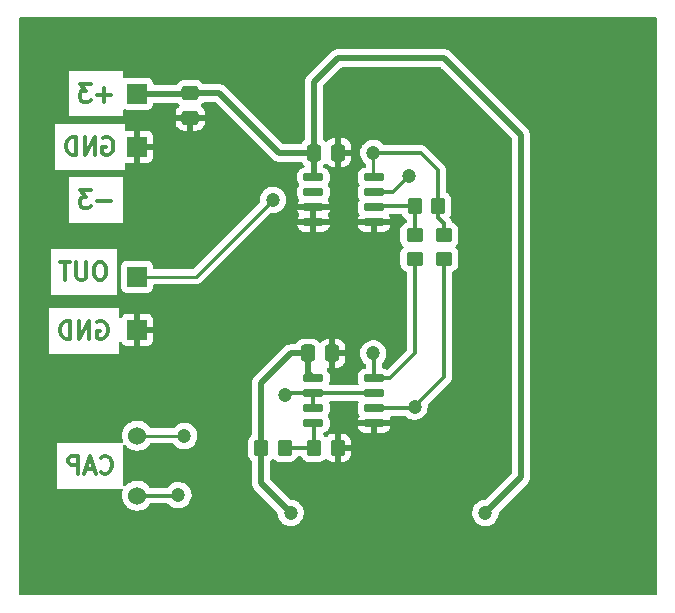
<source format=gbr>
%TF.GenerationSoftware,KiCad,Pcbnew,6.0.4*%
%TF.CreationDate,2022-03-28T18:47:23+02:00*%
%TF.ProjectId,capm,6361706d-2e6b-4696-9361-645f70636258,rev?*%
%TF.SameCoordinates,Original*%
%TF.FileFunction,Copper,L2,Bot*%
%TF.FilePolarity,Positive*%
%FSLAX46Y46*%
G04 Gerber Fmt 4.6, Leading zero omitted, Abs format (unit mm)*
G04 Created by KiCad (PCBNEW 6.0.4) date 2022-03-28 18:47:23*
%MOMM*%
%LPD*%
G01*
G04 APERTURE LIST*
G04 Aperture macros list*
%AMRoundRect*
0 Rectangle with rounded corners*
0 $1 Rounding radius*
0 $2 $3 $4 $5 $6 $7 $8 $9 X,Y pos of 4 corners*
0 Add a 4 corners polygon primitive as box body*
4,1,4,$2,$3,$4,$5,$6,$7,$8,$9,$2,$3,0*
0 Add four circle primitives for the rounded corners*
1,1,$1+$1,$2,$3*
1,1,$1+$1,$4,$5*
1,1,$1+$1,$6,$7*
1,1,$1+$1,$8,$9*
0 Add four rect primitives between the rounded corners*
20,1,$1+$1,$2,$3,$4,$5,0*
20,1,$1+$1,$4,$5,$6,$7,0*
20,1,$1+$1,$6,$7,$8,$9,0*
20,1,$1+$1,$8,$9,$2,$3,0*%
G04 Aperture macros list end*
%ADD10C,0.300000*%
%TA.AperFunction,NonConductor*%
%ADD11C,0.300000*%
%TD*%
%TA.AperFunction,SMDPad,CuDef*%
%ADD12RoundRect,0.250000X0.350000X0.450000X-0.350000X0.450000X-0.350000X-0.450000X0.350000X-0.450000X0*%
%TD*%
%TA.AperFunction,ComponentPad*%
%ADD13R,1.700000X1.700000*%
%TD*%
%TA.AperFunction,SMDPad,CuDef*%
%ADD14RoundRect,0.150000X0.725000X0.150000X-0.725000X0.150000X-0.725000X-0.150000X0.725000X-0.150000X0*%
%TD*%
%TA.AperFunction,ComponentPad*%
%ADD15C,1.524000*%
%TD*%
%TA.AperFunction,SMDPad,CuDef*%
%ADD16RoundRect,0.250000X-0.450000X0.350000X-0.450000X-0.350000X0.450000X-0.350000X0.450000X0.350000X0*%
%TD*%
%TA.AperFunction,SMDPad,CuDef*%
%ADD17RoundRect,0.250000X-0.475000X0.337500X-0.475000X-0.337500X0.475000X-0.337500X0.475000X0.337500X0*%
%TD*%
%TA.AperFunction,SMDPad,CuDef*%
%ADD18RoundRect,0.250000X0.450000X-0.350000X0.450000X0.350000X-0.450000X0.350000X-0.450000X-0.350000X0*%
%TD*%
%TA.AperFunction,SMDPad,CuDef*%
%ADD19RoundRect,0.250000X-0.337500X-0.475000X0.337500X-0.475000X0.337500X0.475000X-0.337500X0.475000X0*%
%TD*%
%TA.AperFunction,SMDPad,CuDef*%
%ADD20RoundRect,0.250000X-0.350000X-0.450000X0.350000X-0.450000X0.350000X0.450000X-0.350000X0.450000X0*%
%TD*%
%TA.AperFunction,ViaPad*%
%ADD21C,1.200000*%
%TD*%
%TA.AperFunction,Conductor*%
%ADD22C,0.500000*%
%TD*%
%TA.AperFunction,Conductor*%
%ADD23C,0.300000*%
%TD*%
%TA.AperFunction,Conductor*%
%ADD24C,0.250000*%
%TD*%
G04 APERTURE END LIST*
D10*
D11*
X127642857Y-50750000D02*
X127785714Y-50678571D01*
X128000000Y-50678571D01*
X128214285Y-50750000D01*
X128357142Y-50892857D01*
X128428571Y-51035714D01*
X128500000Y-51321428D01*
X128500000Y-51535714D01*
X128428571Y-51821428D01*
X128357142Y-51964285D01*
X128214285Y-52107142D01*
X128000000Y-52178571D01*
X127857142Y-52178571D01*
X127642857Y-52107142D01*
X127571428Y-52035714D01*
X127571428Y-51535714D01*
X127857142Y-51535714D01*
X126928571Y-52178571D02*
X126928571Y-50678571D01*
X126071428Y-52178571D01*
X126071428Y-50678571D01*
X125357142Y-52178571D02*
X125357142Y-50678571D01*
X125000000Y-50678571D01*
X124785714Y-50750000D01*
X124642857Y-50892857D01*
X124571428Y-51035714D01*
X124500000Y-51321428D01*
X124500000Y-51535714D01*
X124571428Y-51821428D01*
X124642857Y-51964285D01*
X124785714Y-52107142D01*
X125000000Y-52178571D01*
X125357142Y-52178571D01*
D10*
D11*
X128285714Y-56107142D02*
X127142857Y-56107142D01*
X126571428Y-55178571D02*
X125642857Y-55178571D01*
X126142857Y-55750000D01*
X125928571Y-55750000D01*
X125785714Y-55821428D01*
X125714285Y-55892857D01*
X125642857Y-56035714D01*
X125642857Y-56392857D01*
X125714285Y-56535714D01*
X125785714Y-56607142D01*
X125928571Y-56678571D01*
X126357142Y-56678571D01*
X126500000Y-56607142D01*
X126571428Y-56535714D01*
D10*
D11*
X127428571Y-79035714D02*
X127500000Y-79107142D01*
X127714285Y-79178571D01*
X127857142Y-79178571D01*
X128071428Y-79107142D01*
X128214285Y-78964285D01*
X128285714Y-78821428D01*
X128357142Y-78535714D01*
X128357142Y-78321428D01*
X128285714Y-78035714D01*
X128214285Y-77892857D01*
X128071428Y-77750000D01*
X127857142Y-77678571D01*
X127714285Y-77678571D01*
X127500000Y-77750000D01*
X127428571Y-77821428D01*
X126857142Y-78750000D02*
X126142857Y-78750000D01*
X127000000Y-79178571D02*
X126500000Y-77678571D01*
X126000000Y-79178571D01*
X125500000Y-79178571D02*
X125500000Y-77678571D01*
X124928571Y-77678571D01*
X124785714Y-77750000D01*
X124714285Y-77821428D01*
X124642857Y-77964285D01*
X124642857Y-78178571D01*
X124714285Y-78321428D01*
X124785714Y-78392857D01*
X124928571Y-78464285D01*
X125500000Y-78464285D01*
D10*
D11*
X128285714Y-47107142D02*
X127142857Y-47107142D01*
X127714285Y-47678571D02*
X127714285Y-46535714D01*
X126571428Y-46178571D02*
X125642857Y-46178571D01*
X126142857Y-46750000D01*
X125928571Y-46750000D01*
X125785714Y-46821428D01*
X125714285Y-46892857D01*
X125642857Y-47035714D01*
X125642857Y-47392857D01*
X125714285Y-47535714D01*
X125785714Y-47607142D01*
X125928571Y-47678571D01*
X126357142Y-47678571D01*
X126500000Y-47607142D01*
X126571428Y-47535714D01*
D10*
D11*
X127500000Y-61263035D02*
X127214285Y-61263035D01*
X127071428Y-61334464D01*
X126928571Y-61477321D01*
X126857142Y-61763035D01*
X126857142Y-62263035D01*
X126928571Y-62548749D01*
X127071428Y-62691606D01*
X127214285Y-62763035D01*
X127500000Y-62763035D01*
X127642857Y-62691606D01*
X127785714Y-62548749D01*
X127857142Y-62263035D01*
X127857142Y-61763035D01*
X127785714Y-61477321D01*
X127642857Y-61334464D01*
X127500000Y-61263035D01*
X126214285Y-61263035D02*
X126214285Y-62477321D01*
X126142857Y-62620178D01*
X126071428Y-62691606D01*
X125928571Y-62763035D01*
X125642857Y-62763035D01*
X125500000Y-62691606D01*
X125428571Y-62620178D01*
X125357142Y-62477321D01*
X125357142Y-61263035D01*
X124857142Y-61263035D02*
X124000000Y-61263035D01*
X124428571Y-62763035D02*
X124428571Y-61263035D01*
D10*
D11*
X127142857Y-66334464D02*
X127285714Y-66263035D01*
X127500000Y-66263035D01*
X127714285Y-66334464D01*
X127857142Y-66477321D01*
X127928571Y-66620178D01*
X128000000Y-66905892D01*
X128000000Y-67120178D01*
X127928571Y-67405892D01*
X127857142Y-67548749D01*
X127714285Y-67691606D01*
X127500000Y-67763035D01*
X127357142Y-67763035D01*
X127142857Y-67691606D01*
X127071428Y-67620178D01*
X127071428Y-67120178D01*
X127357142Y-67120178D01*
X126428571Y-67763035D02*
X126428571Y-66263035D01*
X125571428Y-67763035D01*
X125571428Y-66263035D01*
X124857142Y-67763035D02*
X124857142Y-66263035D01*
X124500000Y-66263035D01*
X124285714Y-66334464D01*
X124142857Y-66477321D01*
X124071428Y-66620178D01*
X124000000Y-66905892D01*
X124000000Y-67120178D01*
X124071428Y-67405892D01*
X124142857Y-67548749D01*
X124285714Y-67691606D01*
X124500000Y-67763035D01*
X124857142Y-67763035D01*
D12*
%TO.P,R2,2*%
%TO.N,Net-(R1-Pad1)*%
X145500000Y-77000000D03*
%TO.P,R2,1*%
%TO.N,GND*%
X147500000Y-77000000D03*
%TD*%
%TO.P,R1,2*%
%TO.N,+5V*%
X141000000Y-77000000D03*
%TO.P,R1,1*%
%TO.N,Net-(R1-Pad1)*%
X143000000Y-77000000D03*
%TD*%
D13*
%TO.P,J4,1,Pin_1*%
%TO.N,Net-(J4-Pad1)*%
X130500000Y-62500000D03*
%TD*%
D14*
%TO.P,U2,1*%
%TO.N,Net-(J4-Pad1)*%
X150575000Y-54095000D03*
%TO.P,U2,2,-*%
%TO.N,+3V0*%
X150575000Y-55365000D03*
%TO.P,U2,3,+*%
%TO.N,Net-(R4-Pad2)*%
X150575000Y-56635000D03*
%TO.P,U2,4,V-*%
%TO.N,GND*%
X150575000Y-57905000D03*
%TO.P,U2,5,+*%
X145425000Y-57905000D03*
%TO.P,U2,6,-*%
X145425000Y-56635000D03*
%TO.P,U2,7*%
%TO.N,unconnected-(U2-Pad7)*%
X145425000Y-55365000D03*
%TO.P,U2,8,V+*%
%TO.N,+5V*%
X145425000Y-54095000D03*
%TD*%
%TO.P,U1,1*%
%TO.N,Net-(J3-Pad2)*%
X150575000Y-71095000D03*
%TO.P,U1,2,-*%
%TO.N,+3V0*%
X150575000Y-72365000D03*
%TO.P,U1,3,+*%
%TO.N,Net-(J3-Pad1)*%
X150575000Y-73635000D03*
%TO.P,U1,4,V-*%
%TO.N,GND*%
X150575000Y-74905000D03*
%TO.P,U1,5,+*%
%TO.N,Net-(R1-Pad1)*%
X145425000Y-74905000D03*
%TO.P,U1,6,-*%
%TO.N,+3V0*%
X145425000Y-73635000D03*
%TO.P,U1,7*%
X145425000Y-72365000D03*
%TO.P,U1,8,V+*%
%TO.N,+5V*%
X145425000Y-71095000D03*
%TD*%
D13*
%TO.P,J1,1,Pin_1*%
%TO.N,+5V*%
X130500000Y-47000000D03*
%TD*%
%TO.P,J5,1,Pin_1*%
%TO.N,GND*%
X130500000Y-67000000D03*
%TD*%
D15*
%TO.P,J3,1,Pin_1*%
%TO.N,Net-(J3-Pad1)*%
X130500000Y-81040000D03*
%TO.P,J3,2,Pin_2*%
%TO.N,Net-(J3-Pad2)*%
X130500000Y-75960000D03*
%TD*%
D13*
%TO.P,J2,1,Pin_1*%
%TO.N,GND*%
X130500000Y-51500000D03*
%TD*%
D16*
%TO.P,R3,1*%
%TO.N,Net-(J4-Pad1)*%
X156500000Y-59000000D03*
%TO.P,R3,2*%
%TO.N,Net-(J3-Pad1)*%
X156500000Y-61000000D03*
%TD*%
D17*
%TO.P,C1,1*%
%TO.N,+5V*%
X135000000Y-46962500D03*
%TO.P,C1,2*%
%TO.N,GND*%
X135000000Y-49037500D03*
%TD*%
D18*
%TO.P,R4,1*%
%TO.N,Net-(J3-Pad2)*%
X154000000Y-61000000D03*
%TO.P,R4,2*%
%TO.N,Net-(R4-Pad2)*%
X154000000Y-59000000D03*
%TD*%
D19*
%TO.P,C2,1*%
%TO.N,+5V*%
X144962500Y-69000000D03*
%TO.P,C2,2*%
%TO.N,GND*%
X147037500Y-69000000D03*
%TD*%
%TO.P,C3,1*%
%TO.N,+5V*%
X145462500Y-52000000D03*
%TO.P,C3,2*%
%TO.N,GND*%
X147537500Y-52000000D03*
%TD*%
D20*
%TO.P,R5,1*%
%TO.N,Net-(R4-Pad2)*%
X154000000Y-56500000D03*
%TO.P,R5,2*%
%TO.N,Net-(J4-Pad1)*%
X156000000Y-56500000D03*
%TD*%
D21*
%TO.N,Net-(J4-Pad1)*%
X142000000Y-56000000D03*
X150500000Y-52000000D03*
%TO.N,+3V0*%
X153500000Y-54000000D03*
%TO.N,Net-(J3-Pad2)*%
X150500000Y-69000000D03*
%TO.N,+3V0*%
X143000000Y-72500000D03*
%TO.N,Net-(J3-Pad1)*%
X134000000Y-81000000D03*
%TO.N,Net-(J3-Pad2)*%
X134500000Y-76000000D03*
%TO.N,+5V*%
X143500000Y-82500000D03*
X160000000Y-82500000D03*
%TO.N,Net-(J3-Pad1)*%
X154000000Y-73500000D03*
%TD*%
D22*
%TO.N,+5V*%
X135000000Y-46962500D02*
X137462500Y-46962500D01*
X137462500Y-46962500D02*
X142500000Y-52000000D01*
X142500000Y-52000000D02*
X145462500Y-52000000D01*
D23*
%TO.N,+3V0*%
X143000000Y-72500000D02*
X143135000Y-72365000D01*
X143135000Y-72365000D02*
X150575000Y-72365000D01*
%TO.N,Net-(R1-Pad1)*%
X145500000Y-77000000D02*
X145500000Y-74980000D01*
X145500000Y-74980000D02*
X145425000Y-74905000D01*
%TO.N,+3V0*%
X145425000Y-72365000D02*
X150575000Y-72365000D01*
X145425000Y-72365000D02*
X145425000Y-73635000D01*
X153500000Y-54000000D02*
X152135000Y-55365000D01*
X152135000Y-55365000D02*
X150575000Y-55365000D01*
%TO.N,Net-(J4-Pad1)*%
X156000000Y-56500000D02*
X156000000Y-53500000D01*
X156000000Y-53500000D02*
X154500000Y-52000000D01*
X154500000Y-52000000D02*
X150500000Y-52000000D01*
%TO.N,Net-(J3-Pad1)*%
X150575000Y-73635000D02*
X153865000Y-73635000D01*
X153865000Y-73635000D02*
X156500000Y-71000000D01*
X156500000Y-71000000D02*
X156500000Y-61000000D01*
D22*
%TO.N,+5V*%
X145462500Y-49500000D02*
X145462500Y-46037500D01*
X145462500Y-46037500D02*
X147500000Y-44000000D01*
X147500000Y-44000000D02*
X156500000Y-44000000D01*
X156500000Y-44000000D02*
X163000000Y-50500000D01*
X141000000Y-80000000D02*
X141000000Y-77000000D01*
X163000000Y-50500000D02*
X163000000Y-79500000D01*
X163000000Y-79500000D02*
X160000000Y-82500000D01*
X143500000Y-82500000D02*
X141000000Y-80000000D01*
D23*
%TO.N,Net-(J3-Pad2)*%
X150575000Y-71095000D02*
X151905000Y-71095000D01*
X151905000Y-71095000D02*
X154000000Y-69000000D01*
X154000000Y-69000000D02*
X154000000Y-61000000D01*
%TO.N,Net-(R1-Pad1)*%
X143000000Y-77000000D02*
X145000000Y-77000000D01*
D22*
%TO.N,+5V*%
X141000000Y-71500000D02*
X143000000Y-69500000D01*
X141000000Y-77000000D02*
X141000000Y-71500000D01*
D24*
%TO.N,Net-(J4-Pad1)*%
X142000000Y-56000000D02*
X135500000Y-62500000D01*
X135500000Y-62500000D02*
X130500000Y-62500000D01*
D23*
%TO.N,Net-(J3-Pad2)*%
X150500000Y-69000000D02*
X150575000Y-69075000D01*
X150575000Y-69075000D02*
X150575000Y-71095000D01*
D22*
%TO.N,+5V*%
X145462500Y-52000000D02*
X145462500Y-54057500D01*
X145462500Y-54057500D02*
X145425000Y-54095000D01*
X145462500Y-49500000D02*
X145462500Y-52000000D01*
D24*
%TO.N,Net-(J4-Pad1)*%
X150500000Y-52000000D02*
X150500000Y-54020000D01*
X150500000Y-54020000D02*
X150575000Y-54095000D01*
D23*
%TO.N,Net-(R4-Pad2)*%
X154000000Y-59000000D02*
X154000000Y-56500000D01*
%TO.N,Net-(J4-Pad1)*%
X156500000Y-58000000D02*
X156000000Y-57500000D01*
X156500000Y-59000000D02*
X156500000Y-58000000D01*
X156000000Y-57500000D02*
X156000000Y-56500000D01*
%TO.N,Net-(R4-Pad2)*%
X154000000Y-56500000D02*
X150710000Y-56500000D01*
X150710000Y-56500000D02*
X150575000Y-56635000D01*
D22*
%TO.N,+5V*%
X144962500Y-69000000D02*
X144962500Y-70632500D01*
X144962500Y-70632500D02*
X145425000Y-71095000D01*
X143000000Y-69500000D02*
X143500000Y-69000000D01*
X143500000Y-69000000D02*
X144962500Y-69000000D01*
D23*
%TO.N,Net-(J3-Pad1)*%
X134000000Y-81000000D02*
X133960000Y-81040000D01*
X133960000Y-81040000D02*
X130500000Y-81040000D01*
D24*
%TO.N,Net-(J3-Pad2)*%
X134500000Y-76000000D02*
X134080000Y-76000000D01*
X134080000Y-76000000D02*
X134040000Y-75960000D01*
X134040000Y-75960000D02*
X130500000Y-75960000D01*
D22*
%TO.N,+5V*%
X134962500Y-47000000D02*
X135000000Y-46962500D01*
X130500000Y-47000000D02*
X134962500Y-47000000D01*
%TD*%
%TA.AperFunction,Conductor*%
%TO.N,GND*%
G36*
X174433621Y-40528502D02*
G01*
X174480114Y-40582158D01*
X174491500Y-40634500D01*
X174491500Y-89365500D01*
X174471498Y-89433621D01*
X174417842Y-89480114D01*
X174365500Y-89491500D01*
X120634500Y-89491500D01*
X120566379Y-89471498D01*
X120519886Y-89417842D01*
X120508500Y-89365500D01*
X120508500Y-80441000D01*
X123698643Y-80441000D01*
X129181379Y-80441000D01*
X129249500Y-80461002D01*
X129295993Y-80514658D01*
X129306097Y-80584932D01*
X129301372Y-80603754D01*
X129301560Y-80603804D01*
X129244022Y-80818537D01*
X129224647Y-81040000D01*
X129244022Y-81261463D01*
X129245446Y-81266776D01*
X129293825Y-81447327D01*
X129301560Y-81476196D01*
X129303882Y-81481177D01*
X129303883Y-81481178D01*
X129393186Y-81672689D01*
X129393189Y-81672694D01*
X129395512Y-81677676D01*
X129398668Y-81682183D01*
X129398669Y-81682185D01*
X129472192Y-81787186D01*
X129523023Y-81859781D01*
X129680219Y-82016977D01*
X129684727Y-82020134D01*
X129684730Y-82020136D01*
X129736639Y-82056483D01*
X129862323Y-82144488D01*
X129867305Y-82146811D01*
X129867310Y-82146814D01*
X130058822Y-82236117D01*
X130063804Y-82238440D01*
X130069112Y-82239862D01*
X130069114Y-82239863D01*
X130134949Y-82257503D01*
X130278537Y-82295978D01*
X130500000Y-82315353D01*
X130721463Y-82295978D01*
X130865051Y-82257503D01*
X130930886Y-82239863D01*
X130930888Y-82239862D01*
X130936196Y-82238440D01*
X130941178Y-82236117D01*
X131132690Y-82146814D01*
X131132695Y-82146811D01*
X131137677Y-82144488D01*
X131263361Y-82056483D01*
X131315270Y-82020136D01*
X131315273Y-82020134D01*
X131319781Y-82016977D01*
X131476977Y-81859781D01*
X131525224Y-81790877D01*
X131552286Y-81752229D01*
X131607743Y-81707901D01*
X131655499Y-81698500D01*
X133077104Y-81698500D01*
X133145225Y-81718502D01*
X133165026Y-81734246D01*
X133289261Y-81855270D01*
X133299410Y-81865157D01*
X133304206Y-81868362D01*
X133304209Y-81868364D01*
X133372149Y-81913760D01*
X133468803Y-81978342D01*
X133474106Y-81980620D01*
X133474109Y-81980622D01*
X133650680Y-82056483D01*
X133655987Y-82058763D01*
X133700619Y-82068862D01*
X133849055Y-82102450D01*
X133849060Y-82102451D01*
X133854692Y-82103725D01*
X133860463Y-82103952D01*
X133860465Y-82103952D01*
X133923470Y-82106427D01*
X134058263Y-82111723D01*
X134259883Y-82082490D01*
X134265347Y-82080635D01*
X134265352Y-82080634D01*
X134447327Y-82018862D01*
X134447332Y-82018860D01*
X134452799Y-82017004D01*
X134630551Y-81917458D01*
X134787186Y-81787186D01*
X134917458Y-81630551D01*
X135017004Y-81452799D01*
X135018860Y-81447332D01*
X135018862Y-81447327D01*
X135080634Y-81265352D01*
X135080635Y-81265347D01*
X135082490Y-81259883D01*
X135111723Y-81058263D01*
X135113249Y-81000000D01*
X135097079Y-80824016D01*
X135095137Y-80802880D01*
X135095136Y-80802877D01*
X135094608Y-80797126D01*
X135039307Y-80601047D01*
X135011918Y-80545506D01*
X134951756Y-80423510D01*
X134949201Y-80418329D01*
X134940514Y-80406695D01*
X134830758Y-80259715D01*
X134830758Y-80259714D01*
X134827305Y-80255091D01*
X134677703Y-80116800D01*
X134614665Y-80077026D01*
X134510288Y-80011169D01*
X134510283Y-80011167D01*
X134505404Y-80008088D01*
X134331405Y-79938669D01*
X134321549Y-79934737D01*
X134316180Y-79932595D01*
X134141663Y-79897881D01*
X134122032Y-79893976D01*
X134122031Y-79893976D01*
X134116366Y-79892849D01*
X134110592Y-79892773D01*
X134110588Y-79892773D01*
X134007452Y-79891424D01*
X133912655Y-79890183D01*
X133906958Y-79891162D01*
X133906957Y-79891162D01*
X133784738Y-79912163D01*
X133711870Y-79924684D01*
X133520734Y-79995198D01*
X133515773Y-79998150D01*
X133515772Y-79998150D01*
X133400181Y-80066920D01*
X133345649Y-80099363D01*
X133192478Y-80233690D01*
X133188906Y-80238221D01*
X133113789Y-80333506D01*
X133055908Y-80374619D01*
X133014839Y-80381500D01*
X131655499Y-80381500D01*
X131587378Y-80361498D01*
X131552286Y-80327771D01*
X131480136Y-80224730D01*
X131480134Y-80224727D01*
X131476977Y-80220219D01*
X131319781Y-80063023D01*
X131315273Y-80059866D01*
X131315270Y-80059864D01*
X131202132Y-79980644D01*
X131137677Y-79935512D01*
X131132695Y-79933189D01*
X131132690Y-79933186D01*
X130941178Y-79843883D01*
X130941177Y-79843882D01*
X130936196Y-79841560D01*
X130930888Y-79840138D01*
X130930886Y-79840137D01*
X130865051Y-79822497D01*
X130721463Y-79784022D01*
X130500000Y-79764647D01*
X130278537Y-79784022D01*
X130134949Y-79822497D01*
X130069114Y-79840137D01*
X130069112Y-79840138D01*
X130063804Y-79841560D01*
X130058823Y-79843882D01*
X130058822Y-79843883D01*
X129867311Y-79933186D01*
X129867306Y-79933189D01*
X129862324Y-79935512D01*
X129857817Y-79938668D01*
X129857815Y-79938669D01*
X129684730Y-80059864D01*
X129684727Y-80059866D01*
X129680219Y-80063023D01*
X129523023Y-80220219D01*
X129522633Y-80220776D01*
X129464761Y-80259274D01*
X129393774Y-80260396D01*
X129333448Y-80222961D01*
X129302938Y-80158854D01*
X129301357Y-80138954D01*
X129301357Y-77500400D01*
X139891500Y-77500400D01*
X139891837Y-77503646D01*
X139891837Y-77503650D01*
X139901618Y-77597914D01*
X139902474Y-77606166D01*
X139904655Y-77612702D01*
X139904655Y-77612704D01*
X139926607Y-77678502D01*
X139958450Y-77773946D01*
X140051522Y-77924348D01*
X140176697Y-78049305D01*
X140182928Y-78053146D01*
X140188673Y-78057683D01*
X140187623Y-78059013D01*
X140229108Y-78105107D01*
X140241500Y-78159597D01*
X140241500Y-79932930D01*
X140240067Y-79951880D01*
X140236801Y-79973349D01*
X140237394Y-79980641D01*
X140237394Y-79980644D01*
X140241085Y-80026018D01*
X140241500Y-80036233D01*
X140241500Y-80044293D01*
X140241925Y-80047937D01*
X140244789Y-80072507D01*
X140245222Y-80076882D01*
X140247361Y-80103173D01*
X140251140Y-80149637D01*
X140253396Y-80156601D01*
X140254587Y-80162560D01*
X140255971Y-80168415D01*
X140256818Y-80175681D01*
X140281735Y-80244327D01*
X140283152Y-80248455D01*
X140305649Y-80317899D01*
X140309445Y-80324154D01*
X140311951Y-80329628D01*
X140314670Y-80335058D01*
X140317167Y-80341937D01*
X140321180Y-80348057D01*
X140321180Y-80348058D01*
X140357186Y-80402976D01*
X140359523Y-80406680D01*
X140397405Y-80469107D01*
X140401121Y-80473315D01*
X140401122Y-80473316D01*
X140404803Y-80477484D01*
X140404776Y-80477508D01*
X140407429Y-80480500D01*
X140410132Y-80483733D01*
X140414144Y-80489852D01*
X140419456Y-80494884D01*
X140470383Y-80543128D01*
X140472825Y-80545506D01*
X142352824Y-82425505D01*
X142386850Y-82487817D01*
X142389459Y-82506357D01*
X142400457Y-82674151D01*
X142450605Y-82871610D01*
X142535898Y-83056624D01*
X142653479Y-83222997D01*
X142799410Y-83365157D01*
X142804206Y-83368362D01*
X142804209Y-83368364D01*
X142872149Y-83413760D01*
X142968803Y-83478342D01*
X142974106Y-83480620D01*
X142974109Y-83480622D01*
X143063115Y-83518862D01*
X143155987Y-83558763D01*
X143228817Y-83575243D01*
X143349055Y-83602450D01*
X143349060Y-83602451D01*
X143354692Y-83603725D01*
X143360463Y-83603952D01*
X143360465Y-83603952D01*
X143423470Y-83606427D01*
X143558263Y-83611723D01*
X143759883Y-83582490D01*
X143765347Y-83580635D01*
X143765352Y-83580634D01*
X143947327Y-83518862D01*
X143947332Y-83518860D01*
X143952799Y-83517004D01*
X144130551Y-83417458D01*
X144287186Y-83287186D01*
X144417458Y-83130551D01*
X144517004Y-82952799D01*
X144518860Y-82947332D01*
X144518862Y-82947327D01*
X144580634Y-82765352D01*
X144580635Y-82765347D01*
X144582490Y-82759883D01*
X144611723Y-82558263D01*
X144613249Y-82500000D01*
X144594608Y-82297126D01*
X144551559Y-82144488D01*
X144540875Y-82106606D01*
X144540874Y-82106604D01*
X144539307Y-82101047D01*
X144530565Y-82083318D01*
X144451756Y-81923510D01*
X144449201Y-81918329D01*
X144430796Y-81893681D01*
X144330758Y-81759715D01*
X144330758Y-81759714D01*
X144327305Y-81755091D01*
X144237646Y-81672211D01*
X144181943Y-81620719D01*
X144181940Y-81620717D01*
X144177703Y-81616800D01*
X144131675Y-81587759D01*
X144010288Y-81511169D01*
X144010283Y-81511167D01*
X144005404Y-81508088D01*
X143816180Y-81432595D01*
X143616366Y-81392849D01*
X143610591Y-81392773D01*
X143610587Y-81392773D01*
X143514752Y-81391519D01*
X143446899Y-81370627D01*
X143427306Y-81354625D01*
X141795405Y-79722724D01*
X141761379Y-79660412D01*
X141758500Y-79633629D01*
X141758500Y-78159428D01*
X141778502Y-78091307D01*
X141812888Y-78057505D01*
X141812388Y-78056875D01*
X141818120Y-78052332D01*
X141824348Y-78048478D01*
X141910784Y-77961891D01*
X141973066Y-77927812D01*
X142043886Y-77932815D01*
X142088976Y-77961736D01*
X142176697Y-78049305D01*
X142182927Y-78053145D01*
X142182928Y-78053146D01*
X142320288Y-78137816D01*
X142327262Y-78142115D01*
X142379969Y-78159597D01*
X142488611Y-78195632D01*
X142488613Y-78195632D01*
X142495139Y-78197797D01*
X142501975Y-78198497D01*
X142501978Y-78198498D01*
X142545031Y-78202909D01*
X142599600Y-78208500D01*
X143400400Y-78208500D01*
X143403646Y-78208163D01*
X143403650Y-78208163D01*
X143499308Y-78198238D01*
X143499312Y-78198237D01*
X143506166Y-78197526D01*
X143512702Y-78195345D01*
X143512704Y-78195345D01*
X143644806Y-78151272D01*
X143673946Y-78141550D01*
X143824348Y-78048478D01*
X143949305Y-77923303D01*
X144042115Y-77772738D01*
X144051372Y-77744830D01*
X144091803Y-77686472D01*
X144157367Y-77659236D01*
X144170964Y-77658500D01*
X144329143Y-77658500D01*
X144397264Y-77678502D01*
X144443757Y-77732158D01*
X144448666Y-77744622D01*
X144456130Y-77766995D01*
X144456133Y-77767002D01*
X144458450Y-77773946D01*
X144551522Y-77924348D01*
X144676697Y-78049305D01*
X144682927Y-78053145D01*
X144682928Y-78053146D01*
X144820288Y-78137816D01*
X144827262Y-78142115D01*
X144879969Y-78159597D01*
X144988611Y-78195632D01*
X144988613Y-78195632D01*
X144995139Y-78197797D01*
X145001975Y-78198497D01*
X145001978Y-78198498D01*
X145045031Y-78202909D01*
X145099600Y-78208500D01*
X145900400Y-78208500D01*
X145903646Y-78208163D01*
X145903650Y-78208163D01*
X145999308Y-78198238D01*
X145999312Y-78198237D01*
X146006166Y-78197526D01*
X146012702Y-78195345D01*
X146012704Y-78195345D01*
X146144806Y-78151272D01*
X146173946Y-78141550D01*
X146324348Y-78048478D01*
X146329915Y-78042901D01*
X146411138Y-77961537D01*
X146473421Y-77927458D01*
X146544241Y-77932461D01*
X146589329Y-77961382D01*
X146671829Y-78043739D01*
X146683240Y-78052751D01*
X146821243Y-78137816D01*
X146834424Y-78143963D01*
X146988710Y-78195138D01*
X147002086Y-78198005D01*
X147096438Y-78207672D01*
X147102854Y-78208000D01*
X147227885Y-78208000D01*
X147243124Y-78203525D01*
X147244329Y-78202135D01*
X147246000Y-78194452D01*
X147246000Y-78189884D01*
X147754000Y-78189884D01*
X147758475Y-78205123D01*
X147759865Y-78206328D01*
X147767548Y-78207999D01*
X147897095Y-78207999D01*
X147903614Y-78207662D01*
X147999206Y-78197743D01*
X148012600Y-78194851D01*
X148166784Y-78143412D01*
X148179962Y-78137239D01*
X148317807Y-78051937D01*
X148329208Y-78042901D01*
X148443739Y-77928171D01*
X148452751Y-77916760D01*
X148537816Y-77778757D01*
X148543963Y-77765576D01*
X148595138Y-77611290D01*
X148598005Y-77597914D01*
X148607672Y-77503562D01*
X148608000Y-77497146D01*
X148608000Y-77272115D01*
X148603525Y-77256876D01*
X148602135Y-77255671D01*
X148594452Y-77254000D01*
X147772115Y-77254000D01*
X147756876Y-77258475D01*
X147755671Y-77259865D01*
X147754000Y-77267548D01*
X147754000Y-78189884D01*
X147246000Y-78189884D01*
X147246000Y-76727885D01*
X147754000Y-76727885D01*
X147758475Y-76743124D01*
X147759865Y-76744329D01*
X147767548Y-76746000D01*
X148589884Y-76746000D01*
X148605123Y-76741525D01*
X148606328Y-76740135D01*
X148607999Y-76732452D01*
X148607999Y-76502905D01*
X148607662Y-76496386D01*
X148597743Y-76400794D01*
X148594851Y-76387400D01*
X148543412Y-76233216D01*
X148537239Y-76220038D01*
X148451937Y-76082193D01*
X148442901Y-76070792D01*
X148328171Y-75956261D01*
X148316760Y-75947249D01*
X148178757Y-75862184D01*
X148165576Y-75856037D01*
X148011290Y-75804862D01*
X147997914Y-75801995D01*
X147903562Y-75792328D01*
X147897145Y-75792000D01*
X147772115Y-75792000D01*
X147756876Y-75796475D01*
X147755671Y-75797865D01*
X147754000Y-75805548D01*
X147754000Y-76727885D01*
X147246000Y-76727885D01*
X147246000Y-75810116D01*
X147241525Y-75794877D01*
X147240135Y-75793672D01*
X147232452Y-75792001D01*
X147102905Y-75792001D01*
X147096386Y-75792338D01*
X147000794Y-75802257D01*
X146987400Y-75805149D01*
X146833216Y-75856588D01*
X146820038Y-75862761D01*
X146682193Y-75948063D01*
X146670792Y-75957099D01*
X146589570Y-76038462D01*
X146527287Y-76072541D01*
X146456467Y-76067538D01*
X146411380Y-76038617D01*
X146328488Y-75955870D01*
X146328483Y-75955866D01*
X146323303Y-75950695D01*
X146278034Y-75922791D01*
X146230542Y-75870021D01*
X146219118Y-75799949D01*
X146247391Y-75734825D01*
X146308998Y-75694535D01*
X146405988Y-75666357D01*
X146405990Y-75666356D01*
X146413601Y-75664145D01*
X146529053Y-75595867D01*
X146549980Y-75583491D01*
X146549983Y-75583489D01*
X146556807Y-75579453D01*
X146674453Y-75461807D01*
X146678489Y-75454983D01*
X146678491Y-75454980D01*
X146753994Y-75327311D01*
X146759145Y-75318601D01*
X146761415Y-75310790D01*
X146800459Y-75176395D01*
X146802064Y-75170871D01*
X149198456Y-75170871D01*
X149239107Y-75310790D01*
X149245352Y-75325221D01*
X149321911Y-75454678D01*
X149331551Y-75467104D01*
X149437896Y-75573449D01*
X149450322Y-75583089D01*
X149579779Y-75659648D01*
X149594210Y-75665893D01*
X149740065Y-75708269D01*
X149752667Y-75710570D01*
X149781084Y-75712807D01*
X149786014Y-75713000D01*
X150302885Y-75713000D01*
X150318124Y-75708525D01*
X150319329Y-75707135D01*
X150321000Y-75699452D01*
X150321000Y-75694884D01*
X150829000Y-75694884D01*
X150833475Y-75710123D01*
X150834865Y-75711328D01*
X150842548Y-75712999D01*
X151363984Y-75712999D01*
X151368920Y-75712805D01*
X151397336Y-75710570D01*
X151409931Y-75708270D01*
X151555790Y-75665893D01*
X151570221Y-75659648D01*
X151699678Y-75583089D01*
X151712104Y-75573449D01*
X151818449Y-75467104D01*
X151828089Y-75454678D01*
X151904648Y-75325221D01*
X151910893Y-75310790D01*
X151949939Y-75176395D01*
X151949899Y-75162294D01*
X151942630Y-75159000D01*
X150847115Y-75159000D01*
X150831876Y-75163475D01*
X150830671Y-75164865D01*
X150829000Y-75172548D01*
X150829000Y-75694884D01*
X150321000Y-75694884D01*
X150321000Y-75177115D01*
X150316525Y-75161876D01*
X150315135Y-75160671D01*
X150307452Y-75159000D01*
X149213122Y-75159000D01*
X149199591Y-75162973D01*
X149198456Y-75170871D01*
X146802064Y-75170871D01*
X146805562Y-75158831D01*
X146808500Y-75121502D01*
X146808500Y-74688498D01*
X146805562Y-74651169D01*
X146766584Y-74517004D01*
X146761357Y-74499012D01*
X146761356Y-74499010D01*
X146759145Y-74491399D01*
X146674453Y-74348193D01*
X146671771Y-74345511D01*
X146646498Y-74281139D01*
X146660400Y-74211516D01*
X146670572Y-74195688D01*
X146674453Y-74191807D01*
X146759145Y-74048601D01*
X146805562Y-73888831D01*
X146808500Y-73851502D01*
X146808500Y-73418498D01*
X146805562Y-73381169D01*
X146759145Y-73221399D01*
X146754554Y-73213635D01*
X146754343Y-73212804D01*
X146751962Y-73207303D01*
X146752850Y-73206919D01*
X146737096Y-73144820D01*
X146759614Y-73077489D01*
X146814960Y-73033021D01*
X146863009Y-73023500D01*
X149136991Y-73023500D01*
X149205112Y-73043502D01*
X149251605Y-73097158D01*
X149261709Y-73167432D01*
X149247723Y-73207167D01*
X149248038Y-73207303D01*
X149246096Y-73211791D01*
X149245447Y-73213635D01*
X149240855Y-73221399D01*
X149194438Y-73381169D01*
X149191500Y-73418498D01*
X149191500Y-73851502D01*
X149194438Y-73888831D01*
X149240855Y-74048601D01*
X149325547Y-74191807D01*
X149328487Y-74194747D01*
X149353820Y-74259266D01*
X149339921Y-74328889D01*
X149327874Y-74347636D01*
X149321910Y-74355324D01*
X149245352Y-74484779D01*
X149239107Y-74499210D01*
X149200061Y-74633605D01*
X149200101Y-74647706D01*
X149207370Y-74651000D01*
X151936878Y-74651000D01*
X151950409Y-74647027D01*
X151951544Y-74639129D01*
X151910893Y-74499210D01*
X151904646Y-74484775D01*
X151903974Y-74483638D01*
X151903719Y-74482631D01*
X151901499Y-74477502D01*
X151902326Y-74477144D01*
X151886515Y-74414822D01*
X151909033Y-74347490D01*
X151964377Y-74303022D01*
X152012428Y-74293500D01*
X153174624Y-74293500D01*
X153242745Y-74313502D01*
X153262545Y-74329246D01*
X153295270Y-74361125D01*
X153295276Y-74361130D01*
X153299410Y-74365157D01*
X153304206Y-74368362D01*
X153304209Y-74368364D01*
X153377684Y-74417458D01*
X153468803Y-74478342D01*
X153474106Y-74480620D01*
X153474109Y-74480622D01*
X153563115Y-74518862D01*
X153655987Y-74558763D01*
X153728817Y-74575243D01*
X153849055Y-74602450D01*
X153849060Y-74602451D01*
X153854692Y-74603725D01*
X153860463Y-74603952D01*
X153860465Y-74603952D01*
X153923470Y-74606427D01*
X154058263Y-74611723D01*
X154259883Y-74582490D01*
X154265347Y-74580635D01*
X154265352Y-74580634D01*
X154447327Y-74518862D01*
X154447332Y-74518860D01*
X154452799Y-74517004D01*
X154484573Y-74499210D01*
X154527567Y-74475132D01*
X154630551Y-74417458D01*
X154787186Y-74287186D01*
X154917458Y-74130551D01*
X155017004Y-73952799D01*
X155018860Y-73947332D01*
X155018862Y-73947327D01*
X155080634Y-73765352D01*
X155080635Y-73765347D01*
X155082490Y-73759883D01*
X155111723Y-73558263D01*
X155113249Y-73500000D01*
X155105665Y-73417458D01*
X155103341Y-73392167D01*
X155117026Y-73322502D01*
X155139717Y-73291543D01*
X156907605Y-71523655D01*
X156916385Y-71515665D01*
X156916387Y-71515663D01*
X156923080Y-71511416D01*
X156971605Y-71459742D01*
X156974359Y-71456901D01*
X156994927Y-71436333D01*
X156997647Y-71432826D01*
X157005353Y-71423804D01*
X157005446Y-71423705D01*
X157036972Y-71390133D01*
X157040794Y-71383181D01*
X157047303Y-71371342D01*
X157058157Y-71354818D01*
X157066445Y-71344132D01*
X157071304Y-71337868D01*
X157074452Y-71330594D01*
X157089654Y-71295465D01*
X157094876Y-71284805D01*
X157113305Y-71251284D01*
X157113306Y-71251282D01*
X157117124Y-71244337D01*
X157122459Y-71223559D01*
X157128858Y-71204869D01*
X157137380Y-71185176D01*
X157144606Y-71139552D01*
X157147013Y-71127929D01*
X157156528Y-71090868D01*
X157158500Y-71083188D01*
X157158500Y-71061741D01*
X157160051Y-71042031D01*
X157162166Y-71028677D01*
X157163406Y-71020848D01*
X157159059Y-70974859D01*
X157158500Y-70963004D01*
X157158500Y-62170857D01*
X157178502Y-62102736D01*
X157232158Y-62056243D01*
X157244622Y-62051334D01*
X157266995Y-62043870D01*
X157267002Y-62043867D01*
X157273946Y-62041550D01*
X157424348Y-61948478D01*
X157549305Y-61823303D01*
X157642115Y-61672738D01*
X157697797Y-61504861D01*
X157708500Y-61400400D01*
X157708500Y-60599600D01*
X157697526Y-60493834D01*
X157641550Y-60326054D01*
X157548478Y-60175652D01*
X157461891Y-60089216D01*
X157427812Y-60026934D01*
X157432815Y-59956114D01*
X157461736Y-59911025D01*
X157544134Y-59828483D01*
X157549305Y-59823303D01*
X157642115Y-59672738D01*
X157697797Y-59504861D01*
X157708500Y-59400400D01*
X157708500Y-58599600D01*
X157697526Y-58493834D01*
X157684463Y-58454678D01*
X157643868Y-58333002D01*
X157641550Y-58326054D01*
X157548478Y-58175652D01*
X157423303Y-58050695D01*
X157320922Y-57987586D01*
X157278968Y-57961725D01*
X157278966Y-57961724D01*
X157272738Y-57957885D01*
X157228799Y-57943311D01*
X157170439Y-57902880D01*
X157147904Y-57849952D01*
X157145848Y-57850480D01*
X157143875Y-57842794D01*
X157142882Y-57834936D01*
X157139966Y-57827571D01*
X157139965Y-57827567D01*
X157125874Y-57791979D01*
X157122035Y-57780769D01*
X157109145Y-57736400D01*
X157098225Y-57717935D01*
X157089534Y-57700195D01*
X157081635Y-57680244D01*
X157054482Y-57642871D01*
X157047967Y-57632952D01*
X157028493Y-57600023D01*
X157028490Y-57600019D01*
X157024453Y-57593193D01*
X157009289Y-57578029D01*
X156996448Y-57562995D01*
X156988501Y-57552056D01*
X156988498Y-57552053D01*
X156983841Y-57545643D01*
X156981854Y-57543999D01*
X156950878Y-57482771D01*
X156958165Y-57412149D01*
X156967519Y-57393754D01*
X157038275Y-57278968D01*
X157038276Y-57278966D01*
X157042115Y-57272738D01*
X157095521Y-57111723D01*
X157095632Y-57111389D01*
X157095632Y-57111387D01*
X157097797Y-57104861D01*
X157099096Y-57092190D01*
X157108172Y-57003598D01*
X157108500Y-57000400D01*
X157108500Y-55999600D01*
X157102517Y-55941933D01*
X157098238Y-55900692D01*
X157098237Y-55900688D01*
X157097526Y-55893834D01*
X157061359Y-55785427D01*
X157043868Y-55733002D01*
X157041550Y-55726054D01*
X156948478Y-55575652D01*
X156823303Y-55450695D01*
X156718383Y-55386021D01*
X156670891Y-55333250D01*
X156658500Y-55278762D01*
X156658500Y-53582056D01*
X156659059Y-53570200D01*
X156659059Y-53570197D01*
X156660788Y-53562463D01*
X156658562Y-53491631D01*
X156658500Y-53487673D01*
X156658500Y-53458568D01*
X156657944Y-53454168D01*
X156657012Y-53442330D01*
X156655811Y-53404094D01*
X156655562Y-53396169D01*
X156649580Y-53375579D01*
X156645570Y-53356216D01*
X156643875Y-53342796D01*
X156643875Y-53342795D01*
X156642882Y-53334936D01*
X156639966Y-53327571D01*
X156639965Y-53327567D01*
X156625874Y-53291979D01*
X156622035Y-53280769D01*
X156609145Y-53236400D01*
X156598229Y-53217943D01*
X156589534Y-53200193D01*
X156581635Y-53180244D01*
X156573439Y-53168963D01*
X156554477Y-53142864D01*
X156547960Y-53132943D01*
X156524452Y-53093193D01*
X156509291Y-53078032D01*
X156496449Y-53062997D01*
X156483841Y-53045643D01*
X156477737Y-53040593D01*
X156477735Y-53040591D01*
X156448237Y-53016188D01*
X156439459Y-53008199D01*
X155023655Y-51592396D01*
X155015663Y-51583613D01*
X155015663Y-51583612D01*
X155011416Y-51576920D01*
X154959741Y-51528394D01*
X154956900Y-51525640D01*
X154936333Y-51505073D01*
X154932826Y-51502353D01*
X154923804Y-51494647D01*
X154890133Y-51463028D01*
X154883181Y-51459206D01*
X154871342Y-51452697D01*
X154854818Y-51441843D01*
X154844132Y-51433555D01*
X154837868Y-51428696D01*
X154830596Y-51425549D01*
X154830594Y-51425548D01*
X154795465Y-51410346D01*
X154784805Y-51405124D01*
X154751284Y-51386695D01*
X154751282Y-51386694D01*
X154744337Y-51382876D01*
X154723559Y-51377541D01*
X154704869Y-51371142D01*
X154685176Y-51362620D01*
X154639552Y-51355394D01*
X154627929Y-51352987D01*
X154599928Y-51345798D01*
X154583188Y-51341500D01*
X154561741Y-51341500D01*
X154542031Y-51339949D01*
X154528677Y-51337834D01*
X154520848Y-51336594D01*
X154474859Y-51340941D01*
X154463004Y-51341500D01*
X151454995Y-51341500D01*
X151386874Y-51321498D01*
X151354038Y-51290890D01*
X151330759Y-51259717D01*
X151327305Y-51255091D01*
X151177703Y-51116800D01*
X151083231Y-51057193D01*
X151010288Y-51011169D01*
X151010283Y-51011167D01*
X151005404Y-51008088D01*
X150816180Y-50932595D01*
X150616366Y-50892849D01*
X150610592Y-50892773D01*
X150610588Y-50892773D01*
X150507452Y-50891424D01*
X150412655Y-50890183D01*
X150406958Y-50891162D01*
X150406957Y-50891162D01*
X150220762Y-50923156D01*
X150211870Y-50924684D01*
X150020734Y-50995198D01*
X150015773Y-50998150D01*
X150015772Y-50998150D01*
X149904373Y-51064426D01*
X149845649Y-51099363D01*
X149692478Y-51233690D01*
X149688911Y-51238215D01*
X149688906Y-51238220D01*
X149611355Y-51336594D01*
X149566351Y-51393681D01*
X149563662Y-51398792D01*
X149563660Y-51398795D01*
X149515709Y-51489935D01*
X149471492Y-51573978D01*
X149411078Y-51768543D01*
X149387132Y-51970859D01*
X149400457Y-52174151D01*
X149450605Y-52371610D01*
X149535898Y-52556624D01*
X149653479Y-52722997D01*
X149689571Y-52758156D01*
X149786043Y-52852135D01*
X149799410Y-52865157D01*
X149810500Y-52872567D01*
X149856028Y-52927042D01*
X149866500Y-52977333D01*
X149866500Y-53163494D01*
X149846498Y-53231615D01*
X149792842Y-53278108D01*
X149758768Y-53286934D01*
X149758922Y-53287775D01*
X149752581Y-53288933D01*
X149746169Y-53289438D01*
X149646231Y-53318472D01*
X149594012Y-53333643D01*
X149594010Y-53333644D01*
X149586399Y-53335855D01*
X149557589Y-53352893D01*
X149450020Y-53416509D01*
X149450017Y-53416511D01*
X149443193Y-53420547D01*
X149325547Y-53538193D01*
X149321511Y-53545017D01*
X149321509Y-53545020D01*
X149257893Y-53652589D01*
X149240855Y-53681399D01*
X149238644Y-53689010D01*
X149238643Y-53689012D01*
X149223472Y-53741231D01*
X149194438Y-53841169D01*
X149191500Y-53878498D01*
X149191500Y-54311502D01*
X149194438Y-54348831D01*
X149240855Y-54508601D01*
X149325547Y-54651807D01*
X149328229Y-54654489D01*
X149353502Y-54718861D01*
X149339600Y-54788484D01*
X149329428Y-54804312D01*
X149325547Y-54808193D01*
X149240855Y-54951399D01*
X149194438Y-55111169D01*
X149191500Y-55148498D01*
X149191500Y-55581502D01*
X149191693Y-55583950D01*
X149191693Y-55583958D01*
X149193476Y-55606606D01*
X149194438Y-55618831D01*
X149240855Y-55778601D01*
X149325547Y-55921807D01*
X149328229Y-55924489D01*
X149353502Y-55988861D01*
X149339600Y-56058484D01*
X149329428Y-56074312D01*
X149325547Y-56078193D01*
X149240855Y-56221399D01*
X149238644Y-56229010D01*
X149238643Y-56229012D01*
X149229674Y-56259883D01*
X149194438Y-56381169D01*
X149191500Y-56418498D01*
X149191500Y-56851502D01*
X149194438Y-56888831D01*
X149202755Y-56917458D01*
X149238586Y-57040790D01*
X149240855Y-57048601D01*
X149244892Y-57055427D01*
X149311481Y-57168022D01*
X149325547Y-57191807D01*
X149328487Y-57194747D01*
X149353820Y-57259266D01*
X149339921Y-57328889D01*
X149327874Y-57347636D01*
X149321910Y-57355324D01*
X149245352Y-57484779D01*
X149239107Y-57499210D01*
X149200061Y-57633605D01*
X149200101Y-57647706D01*
X149207370Y-57651000D01*
X151936878Y-57651000D01*
X151950409Y-57647027D01*
X151951544Y-57639129D01*
X151910893Y-57499210D01*
X151904648Y-57484779D01*
X151824136Y-57348639D01*
X151806677Y-57279822D01*
X151829194Y-57212491D01*
X151884539Y-57168022D01*
X151932590Y-57158500D01*
X152829143Y-57158500D01*
X152897264Y-57178502D01*
X152943757Y-57232158D01*
X152948666Y-57244622D01*
X152956130Y-57266995D01*
X152956133Y-57267002D01*
X152958450Y-57273946D01*
X153051522Y-57424348D01*
X153176697Y-57549305D01*
X153258977Y-57600023D01*
X153281616Y-57613978D01*
X153329109Y-57666750D01*
X153341500Y-57721238D01*
X153341500Y-57829143D01*
X153321498Y-57897264D01*
X153267842Y-57943757D01*
X153255378Y-57948666D01*
X153233005Y-57956130D01*
X153232998Y-57956133D01*
X153226054Y-57958450D01*
X153075652Y-58051522D01*
X152950695Y-58176697D01*
X152946855Y-58182927D01*
X152946854Y-58182928D01*
X152868039Y-58310790D01*
X152857885Y-58327262D01*
X152802203Y-58495139D01*
X152791500Y-58599600D01*
X152791500Y-59400400D01*
X152802474Y-59506166D01*
X152858450Y-59673946D01*
X152951522Y-59824348D01*
X152956704Y-59829521D01*
X153038109Y-59910784D01*
X153072188Y-59973066D01*
X153067185Y-60043886D01*
X153038264Y-60088975D01*
X152983870Y-60143464D01*
X152950695Y-60176697D01*
X152857885Y-60327262D01*
X152802203Y-60495139D01*
X152791500Y-60599600D01*
X152791500Y-61400400D01*
X152802474Y-61506166D01*
X152804655Y-61512702D01*
X152804655Y-61512704D01*
X152816277Y-61547540D01*
X152858450Y-61673946D01*
X152951522Y-61824348D01*
X153076697Y-61949305D01*
X153082927Y-61953145D01*
X153082928Y-61953146D01*
X153220090Y-62037694D01*
X153227262Y-62042115D01*
X153255170Y-62051372D01*
X153313528Y-62091803D01*
X153340764Y-62157367D01*
X153341500Y-62170964D01*
X153341500Y-68675051D01*
X153321498Y-68743172D01*
X153304595Y-68764146D01*
X151739085Y-70329655D01*
X151676773Y-70363681D01*
X151605957Y-70358616D01*
X151585851Y-70349014D01*
X151563601Y-70335855D01*
X151555990Y-70333644D01*
X151555988Y-70333643D01*
X151491707Y-70314968D01*
X151403831Y-70289438D01*
X151397426Y-70288934D01*
X151397421Y-70288933D01*
X151368958Y-70286693D01*
X151368950Y-70286693D01*
X151366502Y-70286500D01*
X151359500Y-70286500D01*
X151291379Y-70266498D01*
X151244886Y-70212842D01*
X151233500Y-70160500D01*
X151233500Y-69890926D01*
X151253502Y-69822805D01*
X151278928Y-69794054D01*
X151282749Y-69790876D01*
X151287186Y-69787186D01*
X151417458Y-69630551D01*
X151513125Y-69459726D01*
X151514180Y-69457842D01*
X151514181Y-69457840D01*
X151517004Y-69452799D01*
X151518860Y-69447332D01*
X151518862Y-69447327D01*
X151580634Y-69265352D01*
X151580635Y-69265347D01*
X151582490Y-69259883D01*
X151611723Y-69058263D01*
X151613249Y-69000000D01*
X151594608Y-68797126D01*
X151580189Y-68746000D01*
X151540875Y-68606606D01*
X151540874Y-68606604D01*
X151539307Y-68601047D01*
X151528680Y-68579496D01*
X151451756Y-68423510D01*
X151449201Y-68418329D01*
X151441773Y-68408381D01*
X151330758Y-68259715D01*
X151330758Y-68259714D01*
X151327305Y-68255091D01*
X151177703Y-68116800D01*
X151083231Y-68057193D01*
X151010288Y-68011169D01*
X151010283Y-68011167D01*
X151005404Y-68008088D01*
X150816180Y-67932595D01*
X150616366Y-67892849D01*
X150610592Y-67892773D01*
X150610588Y-67892773D01*
X150507452Y-67891424D01*
X150412655Y-67890183D01*
X150406958Y-67891162D01*
X150406957Y-67891162D01*
X150217567Y-67923705D01*
X150211870Y-67924684D01*
X150020734Y-67995198D01*
X150015773Y-67998150D01*
X150015772Y-67998150D01*
X149864658Y-68088054D01*
X149845649Y-68099363D01*
X149692478Y-68233690D01*
X149688911Y-68238215D01*
X149688906Y-68238220D01*
X149637583Y-68303324D01*
X149566351Y-68393681D01*
X149563662Y-68398792D01*
X149563660Y-68398795D01*
X149515709Y-68489935D01*
X149471492Y-68573978D01*
X149411078Y-68768543D01*
X149387132Y-68970859D01*
X149400457Y-69174151D01*
X149450605Y-69371610D01*
X149535898Y-69556624D01*
X149653479Y-69722997D01*
X149657613Y-69727024D01*
X149755935Y-69822805D01*
X149799410Y-69865157D01*
X149804206Y-69868362D01*
X149804214Y-69868368D01*
X149860501Y-69905977D01*
X149906029Y-69960453D01*
X149916500Y-70010742D01*
X149916500Y-70160500D01*
X149896498Y-70228621D01*
X149842842Y-70275114D01*
X149790500Y-70286500D01*
X149783498Y-70286500D01*
X149781050Y-70286693D01*
X149781042Y-70286693D01*
X149752579Y-70288933D01*
X149752574Y-70288934D01*
X149746169Y-70289438D01*
X149658293Y-70314968D01*
X149594012Y-70333643D01*
X149594010Y-70333644D01*
X149586399Y-70335855D01*
X149579572Y-70339892D01*
X149579573Y-70339892D01*
X149450020Y-70416509D01*
X149450017Y-70416511D01*
X149443193Y-70420547D01*
X149325547Y-70538193D01*
X149321511Y-70545017D01*
X149321509Y-70545020D01*
X149257893Y-70652589D01*
X149240855Y-70681399D01*
X149194438Y-70841169D01*
X149191500Y-70878498D01*
X149191500Y-71311502D01*
X149191693Y-71313950D01*
X149191693Y-71313958D01*
X149193326Y-71334701D01*
X149194438Y-71348831D01*
X149219396Y-71434737D01*
X149236381Y-71493200D01*
X149240855Y-71508601D01*
X149245446Y-71516365D01*
X149245657Y-71517196D01*
X149248038Y-71522697D01*
X149247150Y-71523081D01*
X149262904Y-71585180D01*
X149240386Y-71652511D01*
X149185040Y-71696979D01*
X149136991Y-71706500D01*
X146863009Y-71706500D01*
X146794888Y-71686498D01*
X146748395Y-71632842D01*
X146738291Y-71562568D01*
X146752277Y-71522833D01*
X146751962Y-71522697D01*
X146753904Y-71518209D01*
X146754553Y-71516365D01*
X146759145Y-71508601D01*
X146763620Y-71493200D01*
X146780604Y-71434737D01*
X146805562Y-71348831D01*
X146806675Y-71334701D01*
X146808307Y-71313958D01*
X146808307Y-71313950D01*
X146808500Y-71311502D01*
X146808500Y-70878498D01*
X146805562Y-70841169D01*
X146759145Y-70681399D01*
X146742107Y-70652589D01*
X146678491Y-70545020D01*
X146678489Y-70545017D01*
X146674453Y-70538193D01*
X146584355Y-70448095D01*
X146550329Y-70385783D01*
X146555394Y-70314968D01*
X146597941Y-70258132D01*
X146664461Y-70233321D01*
X146673450Y-70233000D01*
X146765385Y-70233000D01*
X146780624Y-70228525D01*
X146781829Y-70227135D01*
X146783500Y-70219452D01*
X146783500Y-70214884D01*
X147291500Y-70214884D01*
X147295975Y-70230123D01*
X147297365Y-70231328D01*
X147305048Y-70232999D01*
X147422095Y-70232999D01*
X147428614Y-70232662D01*
X147524206Y-70222743D01*
X147537600Y-70219851D01*
X147691784Y-70168412D01*
X147704962Y-70162239D01*
X147842807Y-70076937D01*
X147854208Y-70067901D01*
X147968739Y-69953171D01*
X147977751Y-69941760D01*
X148062816Y-69803757D01*
X148068963Y-69790576D01*
X148120138Y-69636290D01*
X148123005Y-69622914D01*
X148132672Y-69528562D01*
X148133000Y-69522146D01*
X148133000Y-69272115D01*
X148128525Y-69256876D01*
X148127135Y-69255671D01*
X148119452Y-69254000D01*
X147309615Y-69254000D01*
X147294376Y-69258475D01*
X147293171Y-69259865D01*
X147291500Y-69267548D01*
X147291500Y-70214884D01*
X146783500Y-70214884D01*
X146783500Y-68727885D01*
X147291500Y-68727885D01*
X147295975Y-68743124D01*
X147297365Y-68744329D01*
X147305048Y-68746000D01*
X148114884Y-68746000D01*
X148130123Y-68741525D01*
X148131328Y-68740135D01*
X148132999Y-68732452D01*
X148132999Y-68477905D01*
X148132662Y-68471386D01*
X148122743Y-68375794D01*
X148119851Y-68362400D01*
X148068412Y-68208216D01*
X148062239Y-68195038D01*
X147976937Y-68057193D01*
X147967901Y-68045792D01*
X147853171Y-67931261D01*
X147841760Y-67922249D01*
X147703757Y-67837184D01*
X147690576Y-67831037D01*
X147536290Y-67779862D01*
X147522914Y-67776995D01*
X147428562Y-67767328D01*
X147422145Y-67767000D01*
X147309615Y-67767000D01*
X147294376Y-67771475D01*
X147293171Y-67772865D01*
X147291500Y-67780548D01*
X147291500Y-68727885D01*
X146783500Y-68727885D01*
X146783500Y-67785116D01*
X146779025Y-67769877D01*
X146777635Y-67768672D01*
X146769952Y-67767001D01*
X146652905Y-67767001D01*
X146646386Y-67767338D01*
X146550794Y-67777257D01*
X146537400Y-67780149D01*
X146383216Y-67831588D01*
X146370038Y-67837761D01*
X146232193Y-67923063D01*
X146220792Y-67932099D01*
X146106262Y-68046828D01*
X146099206Y-68055762D01*
X146041288Y-68096823D01*
X145970365Y-68100053D01*
X145908954Y-68064426D01*
X145902154Y-68056593D01*
X145898478Y-68050652D01*
X145773303Y-67925695D01*
X145722975Y-67894672D01*
X145628968Y-67836725D01*
X145628966Y-67836724D01*
X145622738Y-67832885D01*
X145542995Y-67806436D01*
X145461389Y-67779368D01*
X145461387Y-67779368D01*
X145454861Y-67777203D01*
X145448025Y-67776503D01*
X145448022Y-67776502D01*
X145404969Y-67772091D01*
X145350400Y-67766500D01*
X144574600Y-67766500D01*
X144571354Y-67766837D01*
X144571350Y-67766837D01*
X144475692Y-67776762D01*
X144475688Y-67776763D01*
X144468834Y-67777474D01*
X144462298Y-67779655D01*
X144462296Y-67779655D01*
X144445928Y-67785116D01*
X144301054Y-67833450D01*
X144150652Y-67926522D01*
X144025695Y-68051697D01*
X144021855Y-68057927D01*
X144021854Y-68057928D01*
X143945611Y-68181616D01*
X143892838Y-68229110D01*
X143838351Y-68241500D01*
X143567070Y-68241500D01*
X143548120Y-68240067D01*
X143533885Y-68237901D01*
X143533881Y-68237901D01*
X143526651Y-68236801D01*
X143519359Y-68237394D01*
X143519356Y-68237394D01*
X143473982Y-68241085D01*
X143463767Y-68241500D01*
X143455707Y-68241500D01*
X143452073Y-68241924D01*
X143452067Y-68241924D01*
X143439042Y-68243443D01*
X143427480Y-68244791D01*
X143423132Y-68245221D01*
X143350364Y-68251140D01*
X143343403Y-68253395D01*
X143337463Y-68254582D01*
X143331588Y-68255971D01*
X143324319Y-68256818D01*
X143255670Y-68281736D01*
X143251542Y-68283153D01*
X143189064Y-68303393D01*
X143189062Y-68303394D01*
X143182101Y-68305649D01*
X143175846Y-68309445D01*
X143170372Y-68311951D01*
X143164942Y-68314670D01*
X143158063Y-68317167D01*
X143151943Y-68321180D01*
X143151942Y-68321180D01*
X143097024Y-68357186D01*
X143093320Y-68359523D01*
X143030893Y-68397405D01*
X143022516Y-68404803D01*
X143022492Y-68404776D01*
X143019500Y-68407429D01*
X143016267Y-68410132D01*
X143010148Y-68414144D01*
X142956872Y-68470383D01*
X142954494Y-68472825D01*
X140511089Y-70916230D01*
X140496677Y-70928616D01*
X140485082Y-70937149D01*
X140485077Y-70937154D01*
X140479182Y-70941492D01*
X140474443Y-70947070D01*
X140474440Y-70947073D01*
X140444965Y-70981768D01*
X140438035Y-70989284D01*
X140432340Y-70994979D01*
X140430060Y-70997861D01*
X140414719Y-71017251D01*
X140411928Y-71020655D01*
X140405113Y-71028677D01*
X140364667Y-71076285D01*
X140361339Y-71082801D01*
X140357972Y-71087850D01*
X140354805Y-71092979D01*
X140350266Y-71098716D01*
X140319345Y-71164875D01*
X140317442Y-71168769D01*
X140284231Y-71233808D01*
X140282492Y-71240916D01*
X140280393Y-71246559D01*
X140278476Y-71252322D01*
X140275378Y-71258950D01*
X140273888Y-71266112D01*
X140273888Y-71266113D01*
X140260514Y-71330412D01*
X140259544Y-71334696D01*
X140242192Y-71405610D01*
X140241500Y-71416764D01*
X140241464Y-71416762D01*
X140241225Y-71420755D01*
X140240851Y-71424947D01*
X140239360Y-71432115D01*
X140239558Y-71439432D01*
X140241454Y-71509521D01*
X140241500Y-71512928D01*
X140241500Y-75840572D01*
X140221498Y-75908693D01*
X140187112Y-75942495D01*
X140187612Y-75943125D01*
X140181880Y-75947668D01*
X140175652Y-75951522D01*
X140050695Y-76076697D01*
X139957885Y-76227262D01*
X139902203Y-76395139D01*
X139891500Y-76499600D01*
X139891500Y-77500400D01*
X129301357Y-77500400D01*
X129301357Y-76861046D01*
X129321359Y-76792925D01*
X129375015Y-76746432D01*
X129445289Y-76736328D01*
X129509869Y-76765822D01*
X129521578Y-76777718D01*
X129523023Y-76779781D01*
X129680219Y-76936977D01*
X129684727Y-76940134D01*
X129684730Y-76940136D01*
X129734710Y-76975132D01*
X129862323Y-77064488D01*
X129867305Y-77066811D01*
X129867310Y-77066814D01*
X130058822Y-77156117D01*
X130063804Y-77158440D01*
X130069112Y-77159862D01*
X130069114Y-77159863D01*
X130134949Y-77177503D01*
X130278537Y-77215978D01*
X130500000Y-77235353D01*
X130721463Y-77215978D01*
X130865051Y-77177503D01*
X130930886Y-77159863D01*
X130930888Y-77159862D01*
X130936196Y-77158440D01*
X130941178Y-77156117D01*
X131132690Y-77066814D01*
X131132695Y-77066811D01*
X131137677Y-77064488D01*
X131265290Y-76975132D01*
X131315270Y-76940136D01*
X131315273Y-76940134D01*
X131319781Y-76936977D01*
X131476977Y-76779781D01*
X131486752Y-76765822D01*
X131569791Y-76647229D01*
X131625248Y-76602901D01*
X131673004Y-76593500D01*
X133496716Y-76593500D01*
X133564837Y-76613502D01*
X133599613Y-76646779D01*
X133653479Y-76722997D01*
X133799410Y-76865157D01*
X133804206Y-76868362D01*
X133804209Y-76868364D01*
X133872149Y-76913760D01*
X133968803Y-76978342D01*
X133974106Y-76980620D01*
X133974109Y-76980622D01*
X134063115Y-77018862D01*
X134155987Y-77058763D01*
X134191568Y-77066814D01*
X134349055Y-77102450D01*
X134349060Y-77102451D01*
X134354692Y-77103725D01*
X134360463Y-77103952D01*
X134360465Y-77103952D01*
X134423470Y-77106427D01*
X134558263Y-77111723D01*
X134759883Y-77082490D01*
X134765347Y-77080635D01*
X134765352Y-77080634D01*
X134947327Y-77018862D01*
X134947332Y-77018860D01*
X134952799Y-77017004D01*
X135130551Y-76917458D01*
X135287186Y-76787186D01*
X135417458Y-76630551D01*
X135517004Y-76452799D01*
X135518860Y-76447332D01*
X135518862Y-76447327D01*
X135580634Y-76265352D01*
X135580635Y-76265347D01*
X135582490Y-76259883D01*
X135611723Y-76058263D01*
X135613249Y-76000000D01*
X135598600Y-75840572D01*
X135595137Y-75802880D01*
X135595136Y-75802877D01*
X135594608Y-75797126D01*
X135578084Y-75738537D01*
X135540875Y-75606606D01*
X135540874Y-75606604D01*
X135539307Y-75601047D01*
X135530650Y-75583491D01*
X135451756Y-75423510D01*
X135449201Y-75418329D01*
X135381235Y-75327311D01*
X135330758Y-75259715D01*
X135330758Y-75259714D01*
X135327305Y-75255091D01*
X135223172Y-75158831D01*
X135181943Y-75120719D01*
X135181940Y-75120717D01*
X135177703Y-75116800D01*
X135131675Y-75087759D01*
X135010288Y-75011169D01*
X135010283Y-75011167D01*
X135005404Y-75008088D01*
X134816180Y-74932595D01*
X134616366Y-74892849D01*
X134610592Y-74892773D01*
X134610588Y-74892773D01*
X134507452Y-74891424D01*
X134412655Y-74890183D01*
X134406958Y-74891162D01*
X134406957Y-74891162D01*
X134217567Y-74923705D01*
X134211870Y-74924684D01*
X134020734Y-74995198D01*
X133845649Y-75099363D01*
X133692478Y-75233690D01*
X133671962Y-75259715D01*
X133657148Y-75278506D01*
X133599267Y-75319619D01*
X133558198Y-75326500D01*
X131673004Y-75326500D01*
X131604883Y-75306498D01*
X131569791Y-75272771D01*
X131480136Y-75144730D01*
X131480134Y-75144727D01*
X131476977Y-75140219D01*
X131319781Y-74983023D01*
X131315273Y-74979866D01*
X131315270Y-74979864D01*
X131192609Y-74893976D01*
X131137677Y-74855512D01*
X131132695Y-74853189D01*
X131132690Y-74853186D01*
X130941178Y-74763883D01*
X130941177Y-74763882D01*
X130936196Y-74761560D01*
X130930888Y-74760138D01*
X130930886Y-74760137D01*
X130865051Y-74742497D01*
X130721463Y-74704022D01*
X130500000Y-74684647D01*
X130278537Y-74704022D01*
X130134949Y-74742497D01*
X130069114Y-74760137D01*
X130069112Y-74760138D01*
X130063804Y-74761560D01*
X130058823Y-74763882D01*
X130058822Y-74763883D01*
X129867311Y-74853186D01*
X129867306Y-74853189D01*
X129862324Y-74855512D01*
X129857817Y-74858668D01*
X129857815Y-74858669D01*
X129684730Y-74979864D01*
X129684727Y-74979866D01*
X129680219Y-74983023D01*
X129523023Y-75140219D01*
X129519866Y-75144727D01*
X129519864Y-75144730D01*
X129398669Y-75317815D01*
X129395512Y-75322324D01*
X129393189Y-75327306D01*
X129393186Y-75327311D01*
X129327854Y-75467416D01*
X129301560Y-75523804D01*
X129300138Y-75529112D01*
X129300137Y-75529114D01*
X129285567Y-75583491D01*
X129244022Y-75738537D01*
X129224647Y-75960000D01*
X129244022Y-76181463D01*
X129279409Y-76313528D01*
X129301560Y-76396196D01*
X129300203Y-76396559D01*
X129304282Y-76460762D01*
X129269762Y-76522802D01*
X129207181Y-76556330D01*
X129181379Y-76559000D01*
X123698643Y-76559000D01*
X123698643Y-80441000D01*
X120508500Y-80441000D01*
X120508500Y-69025464D01*
X123055786Y-69025464D01*
X128944215Y-69025464D01*
X128944215Y-68109667D01*
X128964217Y-68041546D01*
X129017873Y-67995053D01*
X129088147Y-67984949D01*
X129152727Y-68014443D01*
X129188197Y-68065437D01*
X129196676Y-68088054D01*
X129205214Y-68103649D01*
X129281715Y-68205724D01*
X129294276Y-68218285D01*
X129396351Y-68294786D01*
X129411946Y-68303324D01*
X129532394Y-68348478D01*
X129547649Y-68352105D01*
X129598514Y-68357631D01*
X129605328Y-68358000D01*
X130227885Y-68358000D01*
X130243124Y-68353525D01*
X130244329Y-68352135D01*
X130246000Y-68344452D01*
X130246000Y-68339884D01*
X130754000Y-68339884D01*
X130758475Y-68355123D01*
X130759865Y-68356328D01*
X130767548Y-68357999D01*
X131394669Y-68357999D01*
X131401490Y-68357629D01*
X131452352Y-68352105D01*
X131467604Y-68348479D01*
X131588054Y-68303324D01*
X131603649Y-68294786D01*
X131705724Y-68218285D01*
X131718285Y-68205724D01*
X131794786Y-68103649D01*
X131803324Y-68088054D01*
X131848478Y-67967606D01*
X131852105Y-67952351D01*
X131857631Y-67901486D01*
X131858000Y-67894672D01*
X131858000Y-67272115D01*
X131853525Y-67256876D01*
X131852135Y-67255671D01*
X131844452Y-67254000D01*
X130772115Y-67254000D01*
X130756876Y-67258475D01*
X130755671Y-67259865D01*
X130754000Y-67267548D01*
X130754000Y-68339884D01*
X130246000Y-68339884D01*
X130246000Y-66727885D01*
X130754000Y-66727885D01*
X130758475Y-66743124D01*
X130759865Y-66744329D01*
X130767548Y-66746000D01*
X131839884Y-66746000D01*
X131855123Y-66741525D01*
X131856328Y-66740135D01*
X131857999Y-66732452D01*
X131857999Y-66105331D01*
X131857629Y-66098510D01*
X131852105Y-66047648D01*
X131848479Y-66032396D01*
X131803324Y-65911946D01*
X131794786Y-65896351D01*
X131718285Y-65794276D01*
X131705724Y-65781715D01*
X131603649Y-65705214D01*
X131588054Y-65696676D01*
X131467606Y-65651522D01*
X131452351Y-65647895D01*
X131401486Y-65642369D01*
X131394672Y-65642000D01*
X130772115Y-65642000D01*
X130756876Y-65646475D01*
X130755671Y-65647865D01*
X130754000Y-65655548D01*
X130754000Y-66727885D01*
X130246000Y-66727885D01*
X130246000Y-65660116D01*
X130241525Y-65644877D01*
X130240135Y-65643672D01*
X130232452Y-65642001D01*
X129605331Y-65642001D01*
X129598510Y-65642371D01*
X129547648Y-65647895D01*
X129532396Y-65651521D01*
X129411946Y-65696676D01*
X129396351Y-65705214D01*
X129294276Y-65781715D01*
X129281715Y-65794276D01*
X129205214Y-65896351D01*
X129196676Y-65911946D01*
X129188197Y-65934563D01*
X129145555Y-65991328D01*
X129078993Y-66016027D01*
X129009644Y-66000819D01*
X128959526Y-65950533D01*
X128944215Y-65890333D01*
X128944215Y-65143464D01*
X123055786Y-65143464D01*
X123055786Y-69025464D01*
X120508500Y-69025464D01*
X120508500Y-64025464D01*
X123198643Y-64025464D01*
X128801357Y-64025464D01*
X128801357Y-63398134D01*
X129141500Y-63398134D01*
X129148255Y-63460316D01*
X129199385Y-63596705D01*
X129286739Y-63713261D01*
X129403295Y-63800615D01*
X129539684Y-63851745D01*
X129601866Y-63858500D01*
X131398134Y-63858500D01*
X131460316Y-63851745D01*
X131596705Y-63800615D01*
X131713261Y-63713261D01*
X131800615Y-63596705D01*
X131851745Y-63460316D01*
X131858500Y-63398134D01*
X131858500Y-63259500D01*
X131878502Y-63191379D01*
X131932158Y-63144886D01*
X131984500Y-63133500D01*
X135421233Y-63133500D01*
X135432416Y-63134027D01*
X135439909Y-63135702D01*
X135447835Y-63135453D01*
X135447836Y-63135453D01*
X135507986Y-63133562D01*
X135511945Y-63133500D01*
X135539856Y-63133500D01*
X135543791Y-63133003D01*
X135543856Y-63132995D01*
X135555693Y-63132062D01*
X135587951Y-63131048D01*
X135591970Y-63130922D01*
X135599889Y-63130673D01*
X135619343Y-63125021D01*
X135638700Y-63121013D01*
X135650930Y-63119468D01*
X135650931Y-63119468D01*
X135658797Y-63118474D01*
X135666168Y-63115555D01*
X135666170Y-63115555D01*
X135699912Y-63102196D01*
X135711142Y-63098351D01*
X135745983Y-63088229D01*
X135745984Y-63088229D01*
X135753593Y-63086018D01*
X135760412Y-63081985D01*
X135760417Y-63081983D01*
X135771028Y-63075707D01*
X135788776Y-63067012D01*
X135807617Y-63059552D01*
X135843387Y-63033564D01*
X135853307Y-63027048D01*
X135884535Y-63008580D01*
X135884538Y-63008578D01*
X135891362Y-63004542D01*
X135905683Y-62990221D01*
X135920717Y-62977380D01*
X135930694Y-62970131D01*
X135937107Y-62965472D01*
X135965298Y-62931395D01*
X135973288Y-62922616D01*
X140725033Y-58170871D01*
X144048456Y-58170871D01*
X144089107Y-58310790D01*
X144095352Y-58325221D01*
X144171911Y-58454678D01*
X144181551Y-58467104D01*
X144287896Y-58573449D01*
X144300322Y-58583089D01*
X144429779Y-58659648D01*
X144444210Y-58665893D01*
X144590065Y-58708269D01*
X144602667Y-58710570D01*
X144631084Y-58712807D01*
X144636014Y-58713000D01*
X145152885Y-58713000D01*
X145168124Y-58708525D01*
X145169329Y-58707135D01*
X145171000Y-58699452D01*
X145171000Y-58694884D01*
X145679000Y-58694884D01*
X145683475Y-58710123D01*
X145684865Y-58711328D01*
X145692548Y-58712999D01*
X146213984Y-58712999D01*
X146218920Y-58712805D01*
X146247336Y-58710570D01*
X146259931Y-58708270D01*
X146405790Y-58665893D01*
X146420221Y-58659648D01*
X146549678Y-58583089D01*
X146562104Y-58573449D01*
X146668449Y-58467104D01*
X146678089Y-58454678D01*
X146754648Y-58325221D01*
X146760893Y-58310790D01*
X146799939Y-58176395D01*
X146799923Y-58170871D01*
X149198456Y-58170871D01*
X149239107Y-58310790D01*
X149245352Y-58325221D01*
X149321911Y-58454678D01*
X149331551Y-58467104D01*
X149437896Y-58573449D01*
X149450322Y-58583089D01*
X149579779Y-58659648D01*
X149594210Y-58665893D01*
X149740065Y-58708269D01*
X149752667Y-58710570D01*
X149781084Y-58712807D01*
X149786014Y-58713000D01*
X150302885Y-58713000D01*
X150318124Y-58708525D01*
X150319329Y-58707135D01*
X150321000Y-58699452D01*
X150321000Y-58694884D01*
X150829000Y-58694884D01*
X150833475Y-58710123D01*
X150834865Y-58711328D01*
X150842548Y-58712999D01*
X151363984Y-58712999D01*
X151368920Y-58712805D01*
X151397336Y-58710570D01*
X151409931Y-58708270D01*
X151555790Y-58665893D01*
X151570221Y-58659648D01*
X151699678Y-58583089D01*
X151712104Y-58573449D01*
X151818449Y-58467104D01*
X151828089Y-58454678D01*
X151904648Y-58325221D01*
X151910893Y-58310790D01*
X151949939Y-58176395D01*
X151949899Y-58162294D01*
X151942630Y-58159000D01*
X150847115Y-58159000D01*
X150831876Y-58163475D01*
X150830671Y-58164865D01*
X150829000Y-58172548D01*
X150829000Y-58694884D01*
X150321000Y-58694884D01*
X150321000Y-58177115D01*
X150316525Y-58161876D01*
X150315135Y-58160671D01*
X150307452Y-58159000D01*
X149213122Y-58159000D01*
X149199591Y-58162973D01*
X149198456Y-58170871D01*
X146799923Y-58170871D01*
X146799899Y-58162294D01*
X146792630Y-58159000D01*
X145697115Y-58159000D01*
X145681876Y-58163475D01*
X145680671Y-58164865D01*
X145679000Y-58172548D01*
X145679000Y-58694884D01*
X145171000Y-58694884D01*
X145171000Y-58177115D01*
X145166525Y-58161876D01*
X145165135Y-58160671D01*
X145157452Y-58159000D01*
X144063122Y-58159000D01*
X144049591Y-58162973D01*
X144048456Y-58170871D01*
X140725033Y-58170871D01*
X141755985Y-57139919D01*
X141818297Y-57105893D01*
X141854666Y-57104377D01*
X141854692Y-57103725D01*
X142058263Y-57111723D01*
X142259883Y-57082490D01*
X142265347Y-57080635D01*
X142265352Y-57080634D01*
X142447327Y-57018862D01*
X142447332Y-57018860D01*
X142452799Y-57017004D01*
X142630551Y-56917458D01*
X142650495Y-56900871D01*
X144048456Y-56900871D01*
X144089107Y-57040790D01*
X144095352Y-57055221D01*
X144171912Y-57184678D01*
X144178189Y-57192770D01*
X144204139Y-57258854D01*
X144190241Y-57328477D01*
X144178189Y-57347230D01*
X144171912Y-57355322D01*
X144095352Y-57484779D01*
X144089107Y-57499210D01*
X144050061Y-57633605D01*
X144050101Y-57647706D01*
X144057370Y-57651000D01*
X145152885Y-57651000D01*
X145168124Y-57646525D01*
X145169329Y-57645135D01*
X145171000Y-57637452D01*
X145171000Y-57632885D01*
X145679000Y-57632885D01*
X145683475Y-57648124D01*
X145684865Y-57649329D01*
X145692548Y-57651000D01*
X146786878Y-57651000D01*
X146800409Y-57647027D01*
X146801544Y-57639129D01*
X146760893Y-57499210D01*
X146754648Y-57484779D01*
X146678088Y-57355322D01*
X146671811Y-57347230D01*
X146645861Y-57281146D01*
X146659759Y-57211523D01*
X146671811Y-57192770D01*
X146678088Y-57184678D01*
X146754648Y-57055221D01*
X146760893Y-57040790D01*
X146799939Y-56906395D01*
X146799899Y-56892294D01*
X146792630Y-56889000D01*
X145697115Y-56889000D01*
X145681876Y-56893475D01*
X145680671Y-56894865D01*
X145679000Y-56902548D01*
X145679000Y-57632885D01*
X145171000Y-57632885D01*
X145171000Y-56907115D01*
X145166525Y-56891876D01*
X145165135Y-56890671D01*
X145157452Y-56889000D01*
X144063122Y-56889000D01*
X144049591Y-56892973D01*
X144048456Y-56900871D01*
X142650495Y-56900871D01*
X142787186Y-56787186D01*
X142917458Y-56630551D01*
X143017004Y-56452799D01*
X143018860Y-56447332D01*
X143018862Y-56447327D01*
X143080634Y-56265352D01*
X143080635Y-56265347D01*
X143082490Y-56259883D01*
X143111723Y-56058263D01*
X143113249Y-56000000D01*
X143094608Y-55797126D01*
X143093040Y-55791566D01*
X143040875Y-55606606D01*
X143040874Y-55606604D01*
X143039307Y-55601047D01*
X143028680Y-55579496D01*
X142951756Y-55423510D01*
X142949201Y-55418329D01*
X142930796Y-55393681D01*
X142830758Y-55259715D01*
X142830758Y-55259714D01*
X142827305Y-55255091D01*
X142677703Y-55116800D01*
X142565788Y-55046187D01*
X142510288Y-55011169D01*
X142510283Y-55011167D01*
X142505404Y-55008088D01*
X142401260Y-54966539D01*
X142321549Y-54934737D01*
X142316180Y-54932595D01*
X142116366Y-54892849D01*
X142110592Y-54892773D01*
X142110588Y-54892773D01*
X142007452Y-54891424D01*
X141912655Y-54890183D01*
X141906958Y-54891162D01*
X141906957Y-54891162D01*
X141717567Y-54923705D01*
X141711870Y-54924684D01*
X141520734Y-54995198D01*
X141515773Y-54998150D01*
X141515772Y-54998150D01*
X141435030Y-55046187D01*
X141345649Y-55099363D01*
X141192478Y-55233690D01*
X141188911Y-55238215D01*
X141188906Y-55238220D01*
X141138253Y-55302474D01*
X141066351Y-55393681D01*
X140971492Y-55573978D01*
X140911078Y-55768543D01*
X140887132Y-55970859D01*
X140892876Y-56058484D01*
X140898537Y-56144857D01*
X140883034Y-56214140D01*
X140861902Y-56242193D01*
X135274500Y-61829595D01*
X135212188Y-61863621D01*
X135185405Y-61866500D01*
X131984500Y-61866500D01*
X131916379Y-61846498D01*
X131869886Y-61792842D01*
X131858500Y-61740500D01*
X131858500Y-61601866D01*
X131851745Y-61539684D01*
X131800615Y-61403295D01*
X131713261Y-61286739D01*
X131596705Y-61199385D01*
X131460316Y-61148255D01*
X131398134Y-61141500D01*
X129601866Y-61141500D01*
X129539684Y-61148255D01*
X129403295Y-61199385D01*
X129286739Y-61286739D01*
X129199385Y-61403295D01*
X129148255Y-61539684D01*
X129141500Y-61601866D01*
X129141500Y-63398134D01*
X128801357Y-63398134D01*
X128801357Y-60143464D01*
X123198643Y-60143464D01*
X123198643Y-64025464D01*
X120508500Y-64025464D01*
X120508500Y-57941000D01*
X124698643Y-57941000D01*
X129301357Y-57941000D01*
X129301357Y-54059000D01*
X124698643Y-54059000D01*
X124698643Y-57941000D01*
X120508500Y-57941000D01*
X120508500Y-53441000D01*
X123555786Y-53441000D01*
X129444215Y-53441000D01*
X129444215Y-52981298D01*
X129464217Y-52913177D01*
X129517873Y-52866684D01*
X129583823Y-52856035D01*
X129598514Y-52857631D01*
X129605328Y-52858000D01*
X130227885Y-52858000D01*
X130243124Y-52853525D01*
X130244329Y-52852135D01*
X130246000Y-52844452D01*
X130246000Y-52839884D01*
X130754000Y-52839884D01*
X130758475Y-52855123D01*
X130759865Y-52856328D01*
X130767548Y-52857999D01*
X131394669Y-52857999D01*
X131401490Y-52857629D01*
X131452352Y-52852105D01*
X131467604Y-52848479D01*
X131588054Y-52803324D01*
X131603649Y-52794786D01*
X131705724Y-52718285D01*
X131718285Y-52705724D01*
X131794786Y-52603649D01*
X131803324Y-52588054D01*
X131848478Y-52467606D01*
X131852105Y-52452351D01*
X131857631Y-52401486D01*
X131858000Y-52394672D01*
X131858000Y-51772115D01*
X131853525Y-51756876D01*
X131852135Y-51755671D01*
X131844452Y-51754000D01*
X130772115Y-51754000D01*
X130756876Y-51758475D01*
X130755671Y-51759865D01*
X130754000Y-51767548D01*
X130754000Y-52839884D01*
X130246000Y-52839884D01*
X130246000Y-51227885D01*
X130754000Y-51227885D01*
X130758475Y-51243124D01*
X130759865Y-51244329D01*
X130767548Y-51246000D01*
X131839884Y-51246000D01*
X131855123Y-51241525D01*
X131856328Y-51240135D01*
X131857999Y-51232452D01*
X131857999Y-50605331D01*
X131857629Y-50598510D01*
X131852105Y-50547648D01*
X131848479Y-50532396D01*
X131803324Y-50411946D01*
X131794786Y-50396351D01*
X131718285Y-50294276D01*
X131705724Y-50281715D01*
X131603649Y-50205214D01*
X131588054Y-50196676D01*
X131467606Y-50151522D01*
X131452351Y-50147895D01*
X131401486Y-50142369D01*
X131394672Y-50142000D01*
X130772115Y-50142000D01*
X130756876Y-50146475D01*
X130755671Y-50147865D01*
X130754000Y-50155548D01*
X130754000Y-51227885D01*
X130246000Y-51227885D01*
X130246000Y-50160116D01*
X130241525Y-50144877D01*
X130240135Y-50143672D01*
X130232452Y-50142001D01*
X129605331Y-50142001D01*
X129598510Y-50142371D01*
X129583820Y-50143966D01*
X129513938Y-50131437D01*
X129461923Y-50083115D01*
X129444215Y-50018703D01*
X129444215Y-49559000D01*
X123555786Y-49559000D01*
X123555786Y-53441000D01*
X120508500Y-53441000D01*
X120508500Y-49422095D01*
X133767001Y-49422095D01*
X133767338Y-49428614D01*
X133777257Y-49524206D01*
X133780149Y-49537600D01*
X133831588Y-49691784D01*
X133837761Y-49704962D01*
X133923063Y-49842807D01*
X133932099Y-49854208D01*
X134046829Y-49968739D01*
X134058240Y-49977751D01*
X134196243Y-50062816D01*
X134209424Y-50068963D01*
X134363710Y-50120138D01*
X134377086Y-50123005D01*
X134471438Y-50132672D01*
X134477854Y-50133000D01*
X134727885Y-50133000D01*
X134743124Y-50128525D01*
X134744329Y-50127135D01*
X134746000Y-50119452D01*
X134746000Y-50114884D01*
X135254000Y-50114884D01*
X135258475Y-50130123D01*
X135259865Y-50131328D01*
X135267548Y-50132999D01*
X135522095Y-50132999D01*
X135528614Y-50132662D01*
X135624206Y-50122743D01*
X135637600Y-50119851D01*
X135791784Y-50068412D01*
X135804962Y-50062239D01*
X135942807Y-49976937D01*
X135954208Y-49967901D01*
X136068739Y-49853171D01*
X136077751Y-49841760D01*
X136162816Y-49703757D01*
X136168963Y-49690576D01*
X136220138Y-49536290D01*
X136223005Y-49522914D01*
X136232672Y-49428562D01*
X136233000Y-49422146D01*
X136233000Y-49309615D01*
X136228525Y-49294376D01*
X136227135Y-49293171D01*
X136219452Y-49291500D01*
X135272115Y-49291500D01*
X135256876Y-49295975D01*
X135255671Y-49297365D01*
X135254000Y-49305048D01*
X135254000Y-50114884D01*
X134746000Y-50114884D01*
X134746000Y-49309615D01*
X134741525Y-49294376D01*
X134740135Y-49293171D01*
X134732452Y-49291500D01*
X133785116Y-49291500D01*
X133769877Y-49295975D01*
X133768672Y-49297365D01*
X133767001Y-49305048D01*
X133767001Y-49422095D01*
X120508500Y-49422095D01*
X120508500Y-48941000D01*
X124698643Y-48941000D01*
X129301357Y-48941000D01*
X129301357Y-48444199D01*
X129321359Y-48376078D01*
X129375015Y-48329585D01*
X129445289Y-48319481D01*
X129471586Y-48326217D01*
X129532282Y-48348971D01*
X129532288Y-48348973D01*
X129539684Y-48351745D01*
X129601866Y-48358500D01*
X131398134Y-48358500D01*
X131460316Y-48351745D01*
X131596705Y-48300615D01*
X131713261Y-48213261D01*
X131800615Y-48096705D01*
X131851745Y-47960316D01*
X131858500Y-47898134D01*
X131858500Y-47884500D01*
X131878502Y-47816379D01*
X131932158Y-47769886D01*
X131984500Y-47758500D01*
X133858520Y-47758500D01*
X133926641Y-47778502D01*
X133947536Y-47795325D01*
X134051697Y-47899305D01*
X134056235Y-47902102D01*
X134096824Y-47959353D01*
X134100054Y-48030276D01*
X134064428Y-48091687D01*
X134055932Y-48099062D01*
X134045793Y-48107098D01*
X133931261Y-48221829D01*
X133922249Y-48233240D01*
X133837184Y-48371243D01*
X133831037Y-48384424D01*
X133779862Y-48538710D01*
X133776995Y-48552086D01*
X133767328Y-48646438D01*
X133767000Y-48652855D01*
X133767000Y-48765385D01*
X133771475Y-48780624D01*
X133772865Y-48781829D01*
X133780548Y-48783500D01*
X136214884Y-48783500D01*
X136230123Y-48779025D01*
X136231328Y-48777635D01*
X136232999Y-48769952D01*
X136232999Y-48652905D01*
X136232662Y-48646386D01*
X136222743Y-48550794D01*
X136219851Y-48537400D01*
X136168412Y-48383216D01*
X136162239Y-48370038D01*
X136076937Y-48232193D01*
X136067901Y-48220792D01*
X135953172Y-48106262D01*
X135944238Y-48099206D01*
X135903177Y-48041288D01*
X135899947Y-47970365D01*
X135935574Y-47908954D01*
X135943407Y-47902154D01*
X135949348Y-47898478D01*
X136074305Y-47773303D01*
X136077261Y-47768507D01*
X136134614Y-47727845D01*
X136175578Y-47721000D01*
X137096129Y-47721000D01*
X137164250Y-47741002D01*
X137185224Y-47757905D01*
X141916230Y-52488911D01*
X141928616Y-52503323D01*
X141937149Y-52514918D01*
X141937154Y-52514923D01*
X141941492Y-52520818D01*
X141947070Y-52525557D01*
X141947073Y-52525560D01*
X141981768Y-52555035D01*
X141989284Y-52561965D01*
X141994980Y-52567661D01*
X141997841Y-52569924D01*
X141997846Y-52569929D01*
X142017266Y-52585293D01*
X142020667Y-52588082D01*
X142076285Y-52635333D01*
X142082798Y-52638659D01*
X142087837Y-52642020D01*
X142092979Y-52645196D01*
X142098716Y-52649734D01*
X142164875Y-52680655D01*
X142168769Y-52682558D01*
X142233808Y-52715769D01*
X142240917Y-52717508D01*
X142246551Y-52719604D01*
X142252321Y-52721523D01*
X142258950Y-52724622D01*
X142266113Y-52726112D01*
X142266116Y-52726113D01*
X142316830Y-52736661D01*
X142330435Y-52739491D01*
X142334701Y-52740457D01*
X142405610Y-52757808D01*
X142411212Y-52758156D01*
X142411215Y-52758156D01*
X142416764Y-52758500D01*
X142416762Y-52758535D01*
X142420734Y-52758775D01*
X142424955Y-52759152D01*
X142432115Y-52760641D01*
X142509542Y-52758546D01*
X142512950Y-52758500D01*
X144338219Y-52758500D01*
X144406340Y-52778502D01*
X144445363Y-52818197D01*
X144526522Y-52949348D01*
X144531704Y-52954521D01*
X144651697Y-53074305D01*
X144650567Y-53075437D01*
X144686626Y-53126302D01*
X144689856Y-53197225D01*
X144654228Y-53258635D01*
X144595839Y-53288302D01*
X144596169Y-53289438D01*
X144590175Y-53291179D01*
X144590173Y-53291180D01*
X144589987Y-53291234D01*
X144444012Y-53333643D01*
X144444010Y-53333644D01*
X144436399Y-53335855D01*
X144407589Y-53352893D01*
X144300020Y-53416509D01*
X144300017Y-53416511D01*
X144293193Y-53420547D01*
X144175547Y-53538193D01*
X144171511Y-53545017D01*
X144171509Y-53545020D01*
X144107893Y-53652589D01*
X144090855Y-53681399D01*
X144088644Y-53689010D01*
X144088643Y-53689012D01*
X144073472Y-53741231D01*
X144044438Y-53841169D01*
X144041500Y-53878498D01*
X144041500Y-54311502D01*
X144044438Y-54348831D01*
X144090855Y-54508601D01*
X144175547Y-54651807D01*
X144178229Y-54654489D01*
X144203502Y-54718861D01*
X144189600Y-54788484D01*
X144179428Y-54804312D01*
X144175547Y-54808193D01*
X144090855Y-54951399D01*
X144044438Y-55111169D01*
X144041500Y-55148498D01*
X144041500Y-55581502D01*
X144041693Y-55583950D01*
X144041693Y-55583958D01*
X144043476Y-55606606D01*
X144044438Y-55618831D01*
X144090855Y-55778601D01*
X144101811Y-55797126D01*
X144163060Y-55900692D01*
X144175547Y-55921807D01*
X144178487Y-55924747D01*
X144203820Y-55989266D01*
X144189921Y-56058889D01*
X144177874Y-56077636D01*
X144171910Y-56085324D01*
X144095352Y-56214779D01*
X144089107Y-56229210D01*
X144050061Y-56363605D01*
X144050101Y-56377706D01*
X144057370Y-56381000D01*
X146786878Y-56381000D01*
X146800409Y-56377027D01*
X146801544Y-56369129D01*
X146760893Y-56229210D01*
X146754648Y-56214779D01*
X146678089Y-56085323D01*
X146672129Y-56077640D01*
X146646180Y-56011556D01*
X146660078Y-55941933D01*
X146670421Y-55925839D01*
X146674453Y-55921807D01*
X146759145Y-55778601D01*
X146805562Y-55618831D01*
X146806525Y-55606606D01*
X146808307Y-55583958D01*
X146808307Y-55583950D01*
X146808500Y-55581502D01*
X146808500Y-55148498D01*
X146805562Y-55111169D01*
X146759145Y-54951399D01*
X146674453Y-54808193D01*
X146671771Y-54805511D01*
X146646498Y-54741139D01*
X146660400Y-54671516D01*
X146670572Y-54655688D01*
X146674453Y-54651807D01*
X146759145Y-54508601D01*
X146805562Y-54348831D01*
X146808500Y-54311502D01*
X146808500Y-53878498D01*
X146805562Y-53841169D01*
X146776528Y-53741231D01*
X146761357Y-53689012D01*
X146761356Y-53689010D01*
X146759145Y-53681399D01*
X146742107Y-53652589D01*
X146678491Y-53545020D01*
X146678489Y-53545017D01*
X146674453Y-53538193D01*
X146556807Y-53420547D01*
X146549983Y-53416511D01*
X146549980Y-53416509D01*
X146442411Y-53352893D01*
X146413601Y-53335855D01*
X146405990Y-53333644D01*
X146405988Y-53333643D01*
X146311847Y-53306293D01*
X146252012Y-53268080D01*
X146222334Y-53203584D01*
X146221000Y-53185296D01*
X146221000Y-53175590D01*
X146241002Y-53107469D01*
X146268518Y-53077086D01*
X146274348Y-53073478D01*
X146399305Y-52948303D01*
X146402102Y-52943765D01*
X146459353Y-52903176D01*
X146530276Y-52899946D01*
X146591687Y-52935572D01*
X146599062Y-52944068D01*
X146607098Y-52954207D01*
X146721829Y-53068739D01*
X146733240Y-53077751D01*
X146871243Y-53162816D01*
X146884424Y-53168963D01*
X147038710Y-53220138D01*
X147052086Y-53223005D01*
X147146438Y-53232672D01*
X147152854Y-53233000D01*
X147265385Y-53233000D01*
X147280624Y-53228525D01*
X147281829Y-53227135D01*
X147283500Y-53219452D01*
X147283500Y-53214884D01*
X147791500Y-53214884D01*
X147795975Y-53230123D01*
X147797365Y-53231328D01*
X147805048Y-53232999D01*
X147922095Y-53232999D01*
X147928614Y-53232662D01*
X148024206Y-53222743D01*
X148037600Y-53219851D01*
X148191784Y-53168412D01*
X148204962Y-53162239D01*
X148342807Y-53076937D01*
X148354208Y-53067901D01*
X148468739Y-52953171D01*
X148477751Y-52941760D01*
X148562816Y-52803757D01*
X148568963Y-52790576D01*
X148620138Y-52636290D01*
X148623005Y-52622914D01*
X148632672Y-52528562D01*
X148633000Y-52522146D01*
X148633000Y-52272115D01*
X148628525Y-52256876D01*
X148627135Y-52255671D01*
X148619452Y-52254000D01*
X147809615Y-52254000D01*
X147794376Y-52258475D01*
X147793171Y-52259865D01*
X147791500Y-52267548D01*
X147791500Y-53214884D01*
X147283500Y-53214884D01*
X147283500Y-51727885D01*
X147791500Y-51727885D01*
X147795975Y-51743124D01*
X147797365Y-51744329D01*
X147805048Y-51746000D01*
X148614884Y-51746000D01*
X148630123Y-51741525D01*
X148631328Y-51740135D01*
X148632999Y-51732452D01*
X148632999Y-51477905D01*
X148632662Y-51471386D01*
X148622743Y-51375794D01*
X148619851Y-51362400D01*
X148568412Y-51208216D01*
X148562239Y-51195038D01*
X148476937Y-51057193D01*
X148467901Y-51045792D01*
X148353171Y-50931261D01*
X148341760Y-50922249D01*
X148203757Y-50837184D01*
X148190576Y-50831037D01*
X148036290Y-50779862D01*
X148022914Y-50776995D01*
X147928562Y-50767328D01*
X147922145Y-50767000D01*
X147809615Y-50767000D01*
X147794376Y-50771475D01*
X147793171Y-50772865D01*
X147791500Y-50780548D01*
X147791500Y-51727885D01*
X147283500Y-51727885D01*
X147283500Y-50785116D01*
X147279025Y-50769877D01*
X147277635Y-50768672D01*
X147269952Y-50767001D01*
X147152905Y-50767001D01*
X147146386Y-50767338D01*
X147050794Y-50777257D01*
X147037400Y-50780149D01*
X146883216Y-50831588D01*
X146870038Y-50837761D01*
X146732193Y-50923063D01*
X146720792Y-50932099D01*
X146606262Y-51046828D01*
X146599206Y-51055762D01*
X146541288Y-51096823D01*
X146470365Y-51100053D01*
X146408954Y-51064426D01*
X146402154Y-51056593D01*
X146398478Y-51050652D01*
X146273303Y-50925695D01*
X146268507Y-50922739D01*
X146227845Y-50865386D01*
X146221000Y-50824422D01*
X146221000Y-46403871D01*
X146241002Y-46335750D01*
X146257905Y-46314776D01*
X147777276Y-44795405D01*
X147839588Y-44761379D01*
X147866371Y-44758500D01*
X156133629Y-44758500D01*
X156201750Y-44778502D01*
X156222724Y-44795405D01*
X162204595Y-50777276D01*
X162238621Y-50839588D01*
X162241500Y-50866371D01*
X162241500Y-79133629D01*
X162221498Y-79201750D01*
X162204595Y-79222724D01*
X160073118Y-81354201D01*
X160010806Y-81388227D01*
X159982375Y-81391095D01*
X159947335Y-81390637D01*
X159912655Y-81390183D01*
X159906958Y-81391162D01*
X159906957Y-81391162D01*
X159717567Y-81423705D01*
X159711870Y-81424684D01*
X159520734Y-81495198D01*
X159345649Y-81599363D01*
X159192478Y-81733690D01*
X159188911Y-81738215D01*
X159188906Y-81738220D01*
X159150305Y-81787186D01*
X159066351Y-81893681D01*
X158971492Y-82073978D01*
X158911078Y-82268543D01*
X158887132Y-82470859D01*
X158900457Y-82674151D01*
X158950605Y-82871610D01*
X159035898Y-83056624D01*
X159153479Y-83222997D01*
X159299410Y-83365157D01*
X159304206Y-83368362D01*
X159304209Y-83368364D01*
X159372149Y-83413760D01*
X159468803Y-83478342D01*
X159474106Y-83480620D01*
X159474109Y-83480622D01*
X159563115Y-83518862D01*
X159655987Y-83558763D01*
X159728817Y-83575243D01*
X159849055Y-83602450D01*
X159849060Y-83602451D01*
X159854692Y-83603725D01*
X159860463Y-83603952D01*
X159860465Y-83603952D01*
X159923470Y-83606427D01*
X160058263Y-83611723D01*
X160259883Y-83582490D01*
X160265347Y-83580635D01*
X160265352Y-83580634D01*
X160447327Y-83518862D01*
X160447332Y-83518860D01*
X160452799Y-83517004D01*
X160630551Y-83417458D01*
X160787186Y-83287186D01*
X160917458Y-83130551D01*
X161017004Y-82952799D01*
X161018860Y-82947332D01*
X161018862Y-82947327D01*
X161080634Y-82765352D01*
X161080635Y-82765347D01*
X161082490Y-82759883D01*
X161111723Y-82558263D01*
X161113024Y-82508591D01*
X161134803Y-82441017D01*
X161149886Y-82422795D01*
X163488911Y-80083770D01*
X163503323Y-80071384D01*
X163514918Y-80062851D01*
X163514923Y-80062846D01*
X163520818Y-80058508D01*
X163525557Y-80052930D01*
X163525560Y-80052927D01*
X163555035Y-80018232D01*
X163561965Y-80010716D01*
X163567661Y-80005020D01*
X163569924Y-80002159D01*
X163569929Y-80002154D01*
X163585293Y-79982734D01*
X163588082Y-79979333D01*
X163611405Y-79951880D01*
X163635333Y-79923715D01*
X163638659Y-79917202D01*
X163642020Y-79912163D01*
X163645196Y-79907021D01*
X163649734Y-79901284D01*
X163680655Y-79835125D01*
X163682561Y-79831225D01*
X163706664Y-79784022D01*
X163715769Y-79766192D01*
X163717508Y-79759083D01*
X163719604Y-79753449D01*
X163721523Y-79747679D01*
X163724622Y-79741050D01*
X163739491Y-79669565D01*
X163740461Y-79665282D01*
X163741653Y-79660412D01*
X163757808Y-79594390D01*
X163758500Y-79583236D01*
X163758535Y-79583238D01*
X163758775Y-79579266D01*
X163759152Y-79575045D01*
X163760641Y-79567885D01*
X163758546Y-79490458D01*
X163758500Y-79487050D01*
X163758500Y-50567069D01*
X163759933Y-50548118D01*
X163762099Y-50533883D01*
X163762099Y-50533881D01*
X163763199Y-50526651D01*
X163758915Y-50473982D01*
X163758500Y-50463767D01*
X163758500Y-50455707D01*
X163755211Y-50427493D01*
X163754778Y-50423118D01*
X163749454Y-50357661D01*
X163749453Y-50357658D01*
X163748860Y-50350363D01*
X163746604Y-50343399D01*
X163745413Y-50337440D01*
X163744029Y-50331585D01*
X163743182Y-50324319D01*
X163718265Y-50255673D01*
X163716848Y-50251545D01*
X163696607Y-50189064D01*
X163696606Y-50189062D01*
X163694351Y-50182101D01*
X163690555Y-50175846D01*
X163688049Y-50170372D01*
X163685330Y-50164942D01*
X163682833Y-50158063D01*
X163678820Y-50151942D01*
X163642814Y-50097024D01*
X163640467Y-50093305D01*
X163602595Y-50030893D01*
X163595197Y-50022516D01*
X163595224Y-50022492D01*
X163592571Y-50019500D01*
X163589868Y-50016267D01*
X163585856Y-50010148D01*
X163529617Y-49956872D01*
X163527175Y-49954494D01*
X157083770Y-43511089D01*
X157071384Y-43496677D01*
X157062851Y-43485082D01*
X157062846Y-43485077D01*
X157058508Y-43479182D01*
X157052930Y-43474443D01*
X157052927Y-43474440D01*
X157018232Y-43444965D01*
X157010716Y-43438035D01*
X157005021Y-43432340D01*
X156988736Y-43419456D01*
X156982749Y-43414719D01*
X156979345Y-43411928D01*
X156929297Y-43369409D01*
X156929295Y-43369408D01*
X156923715Y-43364667D01*
X156917199Y-43361339D01*
X156912150Y-43357972D01*
X156907021Y-43354805D01*
X156901284Y-43350266D01*
X156835125Y-43319345D01*
X156831225Y-43317439D01*
X156766192Y-43284231D01*
X156759084Y-43282492D01*
X156753441Y-43280393D01*
X156747678Y-43278476D01*
X156741050Y-43275378D01*
X156669583Y-43260513D01*
X156665299Y-43259543D01*
X156630958Y-43251140D01*
X156594390Y-43242192D01*
X156588788Y-43241844D01*
X156588785Y-43241844D01*
X156583236Y-43241500D01*
X156583238Y-43241464D01*
X156579245Y-43241225D01*
X156575053Y-43240851D01*
X156567885Y-43239360D01*
X156504120Y-43241085D01*
X156490479Y-43241454D01*
X156487072Y-43241500D01*
X147567069Y-43241500D01*
X147548121Y-43240067D01*
X147540780Y-43238950D01*
X147533883Y-43237901D01*
X147533881Y-43237901D01*
X147526651Y-43236801D01*
X147519359Y-43237394D01*
X147519356Y-43237394D01*
X147473982Y-43241085D01*
X147463767Y-43241500D01*
X147455707Y-43241500D01*
X147442417Y-43243049D01*
X147427493Y-43244789D01*
X147423118Y-43245222D01*
X147357661Y-43250546D01*
X147357658Y-43250547D01*
X147350363Y-43251140D01*
X147343399Y-43253396D01*
X147337440Y-43254587D01*
X147331585Y-43255971D01*
X147324319Y-43256818D01*
X147255673Y-43281735D01*
X147251545Y-43283152D01*
X147189064Y-43303393D01*
X147189062Y-43303394D01*
X147182101Y-43305649D01*
X147175846Y-43309445D01*
X147170372Y-43311951D01*
X147164942Y-43314670D01*
X147158063Y-43317167D01*
X147151943Y-43321180D01*
X147151942Y-43321180D01*
X147097024Y-43357186D01*
X147093320Y-43359523D01*
X147030893Y-43397405D01*
X147022516Y-43404803D01*
X147022492Y-43404776D01*
X147019500Y-43407429D01*
X147016267Y-43410132D01*
X147010148Y-43414144D01*
X146980951Y-43444965D01*
X146956872Y-43470383D01*
X146954494Y-43472825D01*
X144973589Y-45453730D01*
X144959177Y-45466116D01*
X144947582Y-45474649D01*
X144947577Y-45474654D01*
X144941682Y-45478992D01*
X144936943Y-45484570D01*
X144936940Y-45484573D01*
X144907465Y-45519268D01*
X144900535Y-45526784D01*
X144894840Y-45532479D01*
X144892560Y-45535361D01*
X144877219Y-45554751D01*
X144874428Y-45558155D01*
X144853500Y-45582789D01*
X144827167Y-45613785D01*
X144823839Y-45620301D01*
X144820472Y-45625350D01*
X144817305Y-45630479D01*
X144812766Y-45636216D01*
X144781845Y-45702375D01*
X144779942Y-45706269D01*
X144746731Y-45771308D01*
X144744992Y-45778416D01*
X144742893Y-45784059D01*
X144740976Y-45789822D01*
X144737878Y-45796450D01*
X144736388Y-45803612D01*
X144736388Y-45803613D01*
X144723014Y-45867912D01*
X144722044Y-45872196D01*
X144704692Y-45943110D01*
X144704000Y-45954264D01*
X144703964Y-45954262D01*
X144703725Y-45958255D01*
X144703351Y-45962447D01*
X144701860Y-45969615D01*
X144702058Y-45976932D01*
X144703954Y-46047021D01*
X144704000Y-46050428D01*
X144704000Y-50824410D01*
X144683998Y-50892531D01*
X144656482Y-50922914D01*
X144650652Y-50926522D01*
X144525695Y-51051697D01*
X144521855Y-51057927D01*
X144521854Y-51057928D01*
X144445611Y-51181616D01*
X144392838Y-51229110D01*
X144338351Y-51241500D01*
X142866371Y-51241500D01*
X142798250Y-51221498D01*
X142777276Y-51204595D01*
X138046270Y-46473589D01*
X138033884Y-46459177D01*
X138025351Y-46447582D01*
X138025346Y-46447577D01*
X138021008Y-46441682D01*
X138015430Y-46436943D01*
X138015427Y-46436940D01*
X137980732Y-46407465D01*
X137973216Y-46400535D01*
X137967521Y-46394840D01*
X137961380Y-46389982D01*
X137945249Y-46377219D01*
X137941845Y-46374428D01*
X137891797Y-46331909D01*
X137891795Y-46331908D01*
X137886215Y-46327167D01*
X137879699Y-46323839D01*
X137874650Y-46320472D01*
X137869521Y-46317305D01*
X137863784Y-46312766D01*
X137797625Y-46281845D01*
X137793725Y-46279939D01*
X137728692Y-46246731D01*
X137721584Y-46244992D01*
X137715941Y-46242893D01*
X137710178Y-46240976D01*
X137703550Y-46237878D01*
X137632083Y-46223013D01*
X137627799Y-46222043D01*
X137625572Y-46221498D01*
X137556890Y-46204692D01*
X137551288Y-46204344D01*
X137551285Y-46204344D01*
X137545736Y-46204000D01*
X137545738Y-46203964D01*
X137541745Y-46203725D01*
X137537553Y-46203351D01*
X137530385Y-46201860D01*
X137464175Y-46203651D01*
X137452979Y-46203954D01*
X137449572Y-46204000D01*
X136175590Y-46204000D01*
X136107469Y-46183998D01*
X136077086Y-46156482D01*
X136073478Y-46150652D01*
X135948303Y-46025695D01*
X135814326Y-45943110D01*
X135803968Y-45936725D01*
X135803966Y-45936724D01*
X135797738Y-45932885D01*
X135637254Y-45879655D01*
X135636389Y-45879368D01*
X135636387Y-45879368D01*
X135629861Y-45877203D01*
X135623025Y-45876503D01*
X135623022Y-45876502D01*
X135579969Y-45872091D01*
X135525400Y-45866500D01*
X134474600Y-45866500D01*
X134471354Y-45866837D01*
X134471350Y-45866837D01*
X134375692Y-45876762D01*
X134375688Y-45876763D01*
X134368834Y-45877474D01*
X134362298Y-45879655D01*
X134362296Y-45879655D01*
X134230194Y-45923728D01*
X134201054Y-45933450D01*
X134050652Y-46026522D01*
X133925695Y-46151697D01*
X133921855Y-46157927D01*
X133907251Y-46181618D01*
X133854478Y-46229110D01*
X133799992Y-46241500D01*
X131984500Y-46241500D01*
X131916379Y-46221498D01*
X131869886Y-46167842D01*
X131858500Y-46115500D01*
X131858500Y-46101866D01*
X131851745Y-46039684D01*
X131800615Y-45903295D01*
X131713261Y-45786739D01*
X131596705Y-45699385D01*
X131460316Y-45648255D01*
X131398134Y-45641500D01*
X129601866Y-45641500D01*
X129539684Y-45648255D01*
X129532288Y-45651027D01*
X129532282Y-45651029D01*
X129471586Y-45673783D01*
X129400779Y-45678966D01*
X129338410Y-45645045D01*
X129304281Y-45582789D01*
X129301357Y-45555801D01*
X129301357Y-45059000D01*
X124698643Y-45059000D01*
X124698643Y-48941000D01*
X120508500Y-48941000D01*
X120508500Y-40634500D01*
X120528502Y-40566379D01*
X120582158Y-40519886D01*
X120634500Y-40508500D01*
X174365500Y-40508500D01*
X174433621Y-40528502D01*
G37*
%TD.AperFunction*%
%TD*%
M02*

</source>
